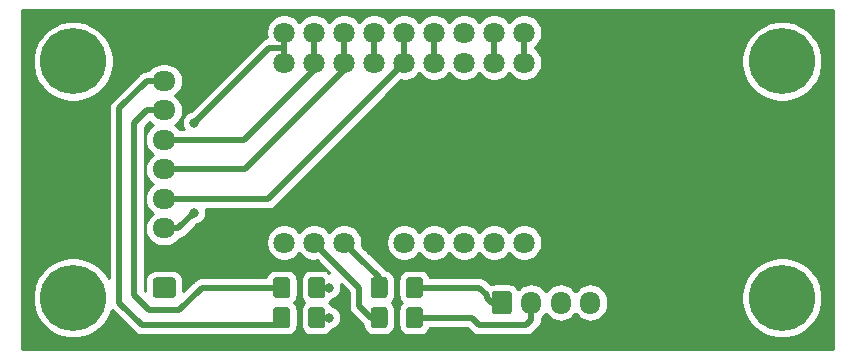
<source format=gbr>
G04 #@! TF.GenerationSoftware,KiCad,Pcbnew,5.1.5-52549c5~84~ubuntu18.04.1*
G04 #@! TF.CreationDate,2020-03-18T13:49:36+01:00*
G04 #@! TF.ProjectId,programmer,70726f67-7261-46d6-9d65-722e6b696361,rev?*
G04 #@! TF.SameCoordinates,Original*
G04 #@! TF.FileFunction,Copper,L1,Top*
G04 #@! TF.FilePolarity,Positive*
%FSLAX46Y46*%
G04 Gerber Fmt 4.6, Leading zero omitted, Abs format (unit mm)*
G04 Created by KiCad (PCBNEW 5.1.5-52549c5~84~ubuntu18.04.1) date 2020-03-18 13:49:36*
%MOMM*%
%LPD*%
G04 APERTURE LIST*
%ADD10C,1.800000*%
%ADD11C,5.600000*%
%ADD12O,1.700000X1.950000*%
%ADD13C,0.100000*%
%ADD14O,1.950000X1.700000*%
%ADD15C,0.800000*%
%ADD16C,0.500000*%
%ADD17C,0.254000*%
G04 APERTURE END LIST*
D10*
X123190000Y-85090000D03*
X120650000Y-85090000D03*
X118110000Y-85090000D03*
X115570000Y-85090000D03*
X113030000Y-85090000D03*
X110490000Y-85090000D03*
X107950000Y-85090000D03*
X105410000Y-85090000D03*
X102870000Y-85090000D03*
X102870000Y-100330000D03*
X105410000Y-100330000D03*
X107950000Y-100330000D03*
X110490000Y-100330000D03*
X113030000Y-100330000D03*
X115570000Y-100330000D03*
X118110000Y-100330000D03*
X120650000Y-100330000D03*
X123190000Y-100330000D03*
X102870000Y-82550000D03*
X105410000Y-82550000D03*
X107950000Y-82550000D03*
X110490000Y-82550000D03*
X113030000Y-82550000D03*
X115570000Y-82550000D03*
X118110000Y-82550000D03*
X120650000Y-82550000D03*
X123190000Y-82550000D03*
D11*
X145000000Y-105000000D03*
X85000000Y-85000000D03*
X145000000Y-85000000D03*
X85000000Y-105000000D03*
D12*
X131285000Y-105410000D03*
X128785000Y-105410000D03*
X126285000Y-105410000D03*
X123785000Y-105410000D03*
G04 #@! TA.AperFunction,ComponentPad*
D13*
G36*
X121909504Y-104436204D02*
G01*
X121933773Y-104439804D01*
X121957571Y-104445765D01*
X121980671Y-104454030D01*
X122002849Y-104464520D01*
X122023893Y-104477133D01*
X122043598Y-104491747D01*
X122061777Y-104508223D01*
X122078253Y-104526402D01*
X122092867Y-104546107D01*
X122105480Y-104567151D01*
X122115970Y-104589329D01*
X122124235Y-104612429D01*
X122130196Y-104636227D01*
X122133796Y-104660496D01*
X122135000Y-104685000D01*
X122135000Y-106135000D01*
X122133796Y-106159504D01*
X122130196Y-106183773D01*
X122124235Y-106207571D01*
X122115970Y-106230671D01*
X122105480Y-106252849D01*
X122092867Y-106273893D01*
X122078253Y-106293598D01*
X122061777Y-106311777D01*
X122043598Y-106328253D01*
X122023893Y-106342867D01*
X122002849Y-106355480D01*
X121980671Y-106365970D01*
X121957571Y-106374235D01*
X121933773Y-106380196D01*
X121909504Y-106383796D01*
X121885000Y-106385000D01*
X120685000Y-106385000D01*
X120660496Y-106383796D01*
X120636227Y-106380196D01*
X120612429Y-106374235D01*
X120589329Y-106365970D01*
X120567151Y-106355480D01*
X120546107Y-106342867D01*
X120526402Y-106328253D01*
X120508223Y-106311777D01*
X120491747Y-106293598D01*
X120477133Y-106273893D01*
X120464520Y-106252849D01*
X120454030Y-106230671D01*
X120445765Y-106207571D01*
X120439804Y-106183773D01*
X120436204Y-106159504D01*
X120435000Y-106135000D01*
X120435000Y-104685000D01*
X120436204Y-104660496D01*
X120439804Y-104636227D01*
X120445765Y-104612429D01*
X120454030Y-104589329D01*
X120464520Y-104567151D01*
X120477133Y-104546107D01*
X120491747Y-104526402D01*
X120508223Y-104508223D01*
X120526402Y-104491747D01*
X120546107Y-104477133D01*
X120567151Y-104464520D01*
X120589329Y-104454030D01*
X120612429Y-104445765D01*
X120636227Y-104439804D01*
X120660496Y-104436204D01*
X120685000Y-104435000D01*
X121885000Y-104435000D01*
X121909504Y-104436204D01*
G37*
G04 #@! TD.AperFunction*
G04 #@! TA.AperFunction,ComponentPad*
G36*
X93459504Y-103291204D02*
G01*
X93483773Y-103294804D01*
X93507571Y-103300765D01*
X93530671Y-103309030D01*
X93552849Y-103319520D01*
X93573893Y-103332133D01*
X93593598Y-103346747D01*
X93611777Y-103363223D01*
X93628253Y-103381402D01*
X93642867Y-103401107D01*
X93655480Y-103422151D01*
X93665970Y-103444329D01*
X93674235Y-103467429D01*
X93680196Y-103491227D01*
X93683796Y-103515496D01*
X93685000Y-103540000D01*
X93685000Y-104740000D01*
X93683796Y-104764504D01*
X93680196Y-104788773D01*
X93674235Y-104812571D01*
X93665970Y-104835671D01*
X93655480Y-104857849D01*
X93642867Y-104878893D01*
X93628253Y-104898598D01*
X93611777Y-104916777D01*
X93593598Y-104933253D01*
X93573893Y-104947867D01*
X93552849Y-104960480D01*
X93530671Y-104970970D01*
X93507571Y-104979235D01*
X93483773Y-104985196D01*
X93459504Y-104988796D01*
X93435000Y-104990000D01*
X91985000Y-104990000D01*
X91960496Y-104988796D01*
X91936227Y-104985196D01*
X91912429Y-104979235D01*
X91889329Y-104970970D01*
X91867151Y-104960480D01*
X91846107Y-104947867D01*
X91826402Y-104933253D01*
X91808223Y-104916777D01*
X91791747Y-104898598D01*
X91777133Y-104878893D01*
X91764520Y-104857849D01*
X91754030Y-104835671D01*
X91745765Y-104812571D01*
X91739804Y-104788773D01*
X91736204Y-104764504D01*
X91735000Y-104740000D01*
X91735000Y-103540000D01*
X91736204Y-103515496D01*
X91739804Y-103491227D01*
X91745765Y-103467429D01*
X91754030Y-103444329D01*
X91764520Y-103422151D01*
X91777133Y-103401107D01*
X91791747Y-103381402D01*
X91808223Y-103363223D01*
X91826402Y-103346747D01*
X91846107Y-103332133D01*
X91867151Y-103319520D01*
X91889329Y-103309030D01*
X91912429Y-103300765D01*
X91936227Y-103294804D01*
X91960496Y-103291204D01*
X91985000Y-103290000D01*
X93435000Y-103290000D01*
X93459504Y-103291204D01*
G37*
G04 #@! TD.AperFunction*
D14*
X92710000Y-101640000D03*
X92710000Y-99140000D03*
X92710000Y-96640000D03*
X92710000Y-94140000D03*
X92710000Y-91640000D03*
X92710000Y-89140000D03*
X92710000Y-86640000D03*
G04 #@! TA.AperFunction,SMDPad,CuDef*
D13*
G36*
X106114504Y-103266204D02*
G01*
X106138773Y-103269804D01*
X106162571Y-103275765D01*
X106185671Y-103284030D01*
X106207849Y-103294520D01*
X106228893Y-103307133D01*
X106248598Y-103321747D01*
X106266777Y-103338223D01*
X106283253Y-103356402D01*
X106297867Y-103376107D01*
X106310480Y-103397151D01*
X106320970Y-103419329D01*
X106329235Y-103442429D01*
X106335196Y-103466227D01*
X106338796Y-103490496D01*
X106340000Y-103515000D01*
X106340000Y-104765000D01*
X106338796Y-104789504D01*
X106335196Y-104813773D01*
X106329235Y-104837571D01*
X106320970Y-104860671D01*
X106310480Y-104882849D01*
X106297867Y-104903893D01*
X106283253Y-104923598D01*
X106266777Y-104941777D01*
X106248598Y-104958253D01*
X106228893Y-104972867D01*
X106207849Y-104985480D01*
X106185671Y-104995970D01*
X106162571Y-105004235D01*
X106138773Y-105010196D01*
X106114504Y-105013796D01*
X106090000Y-105015000D01*
X105165000Y-105015000D01*
X105140496Y-105013796D01*
X105116227Y-105010196D01*
X105092429Y-105004235D01*
X105069329Y-104995970D01*
X105047151Y-104985480D01*
X105026107Y-104972867D01*
X105006402Y-104958253D01*
X104988223Y-104941777D01*
X104971747Y-104923598D01*
X104957133Y-104903893D01*
X104944520Y-104882849D01*
X104934030Y-104860671D01*
X104925765Y-104837571D01*
X104919804Y-104813773D01*
X104916204Y-104789504D01*
X104915000Y-104765000D01*
X104915000Y-103515000D01*
X104916204Y-103490496D01*
X104919804Y-103466227D01*
X104925765Y-103442429D01*
X104934030Y-103419329D01*
X104944520Y-103397151D01*
X104957133Y-103376107D01*
X104971747Y-103356402D01*
X104988223Y-103338223D01*
X105006402Y-103321747D01*
X105026107Y-103307133D01*
X105047151Y-103294520D01*
X105069329Y-103284030D01*
X105092429Y-103275765D01*
X105116227Y-103269804D01*
X105140496Y-103266204D01*
X105165000Y-103265000D01*
X106090000Y-103265000D01*
X106114504Y-103266204D01*
G37*
G04 #@! TD.AperFunction*
G04 #@! TA.AperFunction,SMDPad,CuDef*
G36*
X103139504Y-103266204D02*
G01*
X103163773Y-103269804D01*
X103187571Y-103275765D01*
X103210671Y-103284030D01*
X103232849Y-103294520D01*
X103253893Y-103307133D01*
X103273598Y-103321747D01*
X103291777Y-103338223D01*
X103308253Y-103356402D01*
X103322867Y-103376107D01*
X103335480Y-103397151D01*
X103345970Y-103419329D01*
X103354235Y-103442429D01*
X103360196Y-103466227D01*
X103363796Y-103490496D01*
X103365000Y-103515000D01*
X103365000Y-104765000D01*
X103363796Y-104789504D01*
X103360196Y-104813773D01*
X103354235Y-104837571D01*
X103345970Y-104860671D01*
X103335480Y-104882849D01*
X103322867Y-104903893D01*
X103308253Y-104923598D01*
X103291777Y-104941777D01*
X103273598Y-104958253D01*
X103253893Y-104972867D01*
X103232849Y-104985480D01*
X103210671Y-104995970D01*
X103187571Y-105004235D01*
X103163773Y-105010196D01*
X103139504Y-105013796D01*
X103115000Y-105015000D01*
X102190000Y-105015000D01*
X102165496Y-105013796D01*
X102141227Y-105010196D01*
X102117429Y-105004235D01*
X102094329Y-104995970D01*
X102072151Y-104985480D01*
X102051107Y-104972867D01*
X102031402Y-104958253D01*
X102013223Y-104941777D01*
X101996747Y-104923598D01*
X101982133Y-104903893D01*
X101969520Y-104882849D01*
X101959030Y-104860671D01*
X101950765Y-104837571D01*
X101944804Y-104813773D01*
X101941204Y-104789504D01*
X101940000Y-104765000D01*
X101940000Y-103515000D01*
X101941204Y-103490496D01*
X101944804Y-103466227D01*
X101950765Y-103442429D01*
X101959030Y-103419329D01*
X101969520Y-103397151D01*
X101982133Y-103376107D01*
X101996747Y-103356402D01*
X102013223Y-103338223D01*
X102031402Y-103321747D01*
X102051107Y-103307133D01*
X102072151Y-103294520D01*
X102094329Y-103284030D01*
X102117429Y-103275765D01*
X102141227Y-103269804D01*
X102165496Y-103266204D01*
X102190000Y-103265000D01*
X103115000Y-103265000D01*
X103139504Y-103266204D01*
G37*
G04 #@! TD.AperFunction*
G04 #@! TA.AperFunction,SMDPad,CuDef*
G36*
X103139504Y-105806204D02*
G01*
X103163773Y-105809804D01*
X103187571Y-105815765D01*
X103210671Y-105824030D01*
X103232849Y-105834520D01*
X103253893Y-105847133D01*
X103273598Y-105861747D01*
X103291777Y-105878223D01*
X103308253Y-105896402D01*
X103322867Y-105916107D01*
X103335480Y-105937151D01*
X103345970Y-105959329D01*
X103354235Y-105982429D01*
X103360196Y-106006227D01*
X103363796Y-106030496D01*
X103365000Y-106055000D01*
X103365000Y-107305000D01*
X103363796Y-107329504D01*
X103360196Y-107353773D01*
X103354235Y-107377571D01*
X103345970Y-107400671D01*
X103335480Y-107422849D01*
X103322867Y-107443893D01*
X103308253Y-107463598D01*
X103291777Y-107481777D01*
X103273598Y-107498253D01*
X103253893Y-107512867D01*
X103232849Y-107525480D01*
X103210671Y-107535970D01*
X103187571Y-107544235D01*
X103163773Y-107550196D01*
X103139504Y-107553796D01*
X103115000Y-107555000D01*
X102190000Y-107555000D01*
X102165496Y-107553796D01*
X102141227Y-107550196D01*
X102117429Y-107544235D01*
X102094329Y-107535970D01*
X102072151Y-107525480D01*
X102051107Y-107512867D01*
X102031402Y-107498253D01*
X102013223Y-107481777D01*
X101996747Y-107463598D01*
X101982133Y-107443893D01*
X101969520Y-107422849D01*
X101959030Y-107400671D01*
X101950765Y-107377571D01*
X101944804Y-107353773D01*
X101941204Y-107329504D01*
X101940000Y-107305000D01*
X101940000Y-106055000D01*
X101941204Y-106030496D01*
X101944804Y-106006227D01*
X101950765Y-105982429D01*
X101959030Y-105959329D01*
X101969520Y-105937151D01*
X101982133Y-105916107D01*
X101996747Y-105896402D01*
X102013223Y-105878223D01*
X102031402Y-105861747D01*
X102051107Y-105847133D01*
X102072151Y-105834520D01*
X102094329Y-105824030D01*
X102117429Y-105815765D01*
X102141227Y-105809804D01*
X102165496Y-105806204D01*
X102190000Y-105805000D01*
X103115000Y-105805000D01*
X103139504Y-105806204D01*
G37*
G04 #@! TD.AperFunction*
G04 #@! TA.AperFunction,SMDPad,CuDef*
G36*
X106114504Y-105806204D02*
G01*
X106138773Y-105809804D01*
X106162571Y-105815765D01*
X106185671Y-105824030D01*
X106207849Y-105834520D01*
X106228893Y-105847133D01*
X106248598Y-105861747D01*
X106266777Y-105878223D01*
X106283253Y-105896402D01*
X106297867Y-105916107D01*
X106310480Y-105937151D01*
X106320970Y-105959329D01*
X106329235Y-105982429D01*
X106335196Y-106006227D01*
X106338796Y-106030496D01*
X106340000Y-106055000D01*
X106340000Y-107305000D01*
X106338796Y-107329504D01*
X106335196Y-107353773D01*
X106329235Y-107377571D01*
X106320970Y-107400671D01*
X106310480Y-107422849D01*
X106297867Y-107443893D01*
X106283253Y-107463598D01*
X106266777Y-107481777D01*
X106248598Y-107498253D01*
X106228893Y-107512867D01*
X106207849Y-107525480D01*
X106185671Y-107535970D01*
X106162571Y-107544235D01*
X106138773Y-107550196D01*
X106114504Y-107553796D01*
X106090000Y-107555000D01*
X105165000Y-107555000D01*
X105140496Y-107553796D01*
X105116227Y-107550196D01*
X105092429Y-107544235D01*
X105069329Y-107535970D01*
X105047151Y-107525480D01*
X105026107Y-107512867D01*
X105006402Y-107498253D01*
X104988223Y-107481777D01*
X104971747Y-107463598D01*
X104957133Y-107443893D01*
X104944520Y-107422849D01*
X104934030Y-107400671D01*
X104925765Y-107377571D01*
X104919804Y-107353773D01*
X104916204Y-107329504D01*
X104915000Y-107305000D01*
X104915000Y-106055000D01*
X104916204Y-106030496D01*
X104919804Y-106006227D01*
X104925765Y-105982429D01*
X104934030Y-105959329D01*
X104944520Y-105937151D01*
X104957133Y-105916107D01*
X104971747Y-105896402D01*
X104988223Y-105878223D01*
X105006402Y-105861747D01*
X105026107Y-105847133D01*
X105047151Y-105834520D01*
X105069329Y-105824030D01*
X105092429Y-105815765D01*
X105116227Y-105809804D01*
X105140496Y-105806204D01*
X105165000Y-105805000D01*
X106090000Y-105805000D01*
X106114504Y-105806204D01*
G37*
G04 #@! TD.AperFunction*
G04 #@! TA.AperFunction,SMDPad,CuDef*
G36*
X114369504Y-105806204D02*
G01*
X114393773Y-105809804D01*
X114417571Y-105815765D01*
X114440671Y-105824030D01*
X114462849Y-105834520D01*
X114483893Y-105847133D01*
X114503598Y-105861747D01*
X114521777Y-105878223D01*
X114538253Y-105896402D01*
X114552867Y-105916107D01*
X114565480Y-105937151D01*
X114575970Y-105959329D01*
X114584235Y-105982429D01*
X114590196Y-106006227D01*
X114593796Y-106030496D01*
X114595000Y-106055000D01*
X114595000Y-107305000D01*
X114593796Y-107329504D01*
X114590196Y-107353773D01*
X114584235Y-107377571D01*
X114575970Y-107400671D01*
X114565480Y-107422849D01*
X114552867Y-107443893D01*
X114538253Y-107463598D01*
X114521777Y-107481777D01*
X114503598Y-107498253D01*
X114483893Y-107512867D01*
X114462849Y-107525480D01*
X114440671Y-107535970D01*
X114417571Y-107544235D01*
X114393773Y-107550196D01*
X114369504Y-107553796D01*
X114345000Y-107555000D01*
X113420000Y-107555000D01*
X113395496Y-107553796D01*
X113371227Y-107550196D01*
X113347429Y-107544235D01*
X113324329Y-107535970D01*
X113302151Y-107525480D01*
X113281107Y-107512867D01*
X113261402Y-107498253D01*
X113243223Y-107481777D01*
X113226747Y-107463598D01*
X113212133Y-107443893D01*
X113199520Y-107422849D01*
X113189030Y-107400671D01*
X113180765Y-107377571D01*
X113174804Y-107353773D01*
X113171204Y-107329504D01*
X113170000Y-107305000D01*
X113170000Y-106055000D01*
X113171204Y-106030496D01*
X113174804Y-106006227D01*
X113180765Y-105982429D01*
X113189030Y-105959329D01*
X113199520Y-105937151D01*
X113212133Y-105916107D01*
X113226747Y-105896402D01*
X113243223Y-105878223D01*
X113261402Y-105861747D01*
X113281107Y-105847133D01*
X113302151Y-105834520D01*
X113324329Y-105824030D01*
X113347429Y-105815765D01*
X113371227Y-105809804D01*
X113395496Y-105806204D01*
X113420000Y-105805000D01*
X114345000Y-105805000D01*
X114369504Y-105806204D01*
G37*
G04 #@! TD.AperFunction*
G04 #@! TA.AperFunction,SMDPad,CuDef*
G36*
X111394504Y-105806204D02*
G01*
X111418773Y-105809804D01*
X111442571Y-105815765D01*
X111465671Y-105824030D01*
X111487849Y-105834520D01*
X111508893Y-105847133D01*
X111528598Y-105861747D01*
X111546777Y-105878223D01*
X111563253Y-105896402D01*
X111577867Y-105916107D01*
X111590480Y-105937151D01*
X111600970Y-105959329D01*
X111609235Y-105982429D01*
X111615196Y-106006227D01*
X111618796Y-106030496D01*
X111620000Y-106055000D01*
X111620000Y-107305000D01*
X111618796Y-107329504D01*
X111615196Y-107353773D01*
X111609235Y-107377571D01*
X111600970Y-107400671D01*
X111590480Y-107422849D01*
X111577867Y-107443893D01*
X111563253Y-107463598D01*
X111546777Y-107481777D01*
X111528598Y-107498253D01*
X111508893Y-107512867D01*
X111487849Y-107525480D01*
X111465671Y-107535970D01*
X111442571Y-107544235D01*
X111418773Y-107550196D01*
X111394504Y-107553796D01*
X111370000Y-107555000D01*
X110445000Y-107555000D01*
X110420496Y-107553796D01*
X110396227Y-107550196D01*
X110372429Y-107544235D01*
X110349329Y-107535970D01*
X110327151Y-107525480D01*
X110306107Y-107512867D01*
X110286402Y-107498253D01*
X110268223Y-107481777D01*
X110251747Y-107463598D01*
X110237133Y-107443893D01*
X110224520Y-107422849D01*
X110214030Y-107400671D01*
X110205765Y-107377571D01*
X110199804Y-107353773D01*
X110196204Y-107329504D01*
X110195000Y-107305000D01*
X110195000Y-106055000D01*
X110196204Y-106030496D01*
X110199804Y-106006227D01*
X110205765Y-105982429D01*
X110214030Y-105959329D01*
X110224520Y-105937151D01*
X110237133Y-105916107D01*
X110251747Y-105896402D01*
X110268223Y-105878223D01*
X110286402Y-105861747D01*
X110306107Y-105847133D01*
X110327151Y-105834520D01*
X110349329Y-105824030D01*
X110372429Y-105815765D01*
X110396227Y-105809804D01*
X110420496Y-105806204D01*
X110445000Y-105805000D01*
X111370000Y-105805000D01*
X111394504Y-105806204D01*
G37*
G04 #@! TD.AperFunction*
G04 #@! TA.AperFunction,SMDPad,CuDef*
G36*
X111394504Y-103266204D02*
G01*
X111418773Y-103269804D01*
X111442571Y-103275765D01*
X111465671Y-103284030D01*
X111487849Y-103294520D01*
X111508893Y-103307133D01*
X111528598Y-103321747D01*
X111546777Y-103338223D01*
X111563253Y-103356402D01*
X111577867Y-103376107D01*
X111590480Y-103397151D01*
X111600970Y-103419329D01*
X111609235Y-103442429D01*
X111615196Y-103466227D01*
X111618796Y-103490496D01*
X111620000Y-103515000D01*
X111620000Y-104765000D01*
X111618796Y-104789504D01*
X111615196Y-104813773D01*
X111609235Y-104837571D01*
X111600970Y-104860671D01*
X111590480Y-104882849D01*
X111577867Y-104903893D01*
X111563253Y-104923598D01*
X111546777Y-104941777D01*
X111528598Y-104958253D01*
X111508893Y-104972867D01*
X111487849Y-104985480D01*
X111465671Y-104995970D01*
X111442571Y-105004235D01*
X111418773Y-105010196D01*
X111394504Y-105013796D01*
X111370000Y-105015000D01*
X110445000Y-105015000D01*
X110420496Y-105013796D01*
X110396227Y-105010196D01*
X110372429Y-105004235D01*
X110349329Y-104995970D01*
X110327151Y-104985480D01*
X110306107Y-104972867D01*
X110286402Y-104958253D01*
X110268223Y-104941777D01*
X110251747Y-104923598D01*
X110237133Y-104903893D01*
X110224520Y-104882849D01*
X110214030Y-104860671D01*
X110205765Y-104837571D01*
X110199804Y-104813773D01*
X110196204Y-104789504D01*
X110195000Y-104765000D01*
X110195000Y-103515000D01*
X110196204Y-103490496D01*
X110199804Y-103466227D01*
X110205765Y-103442429D01*
X110214030Y-103419329D01*
X110224520Y-103397151D01*
X110237133Y-103376107D01*
X110251747Y-103356402D01*
X110268223Y-103338223D01*
X110286402Y-103321747D01*
X110306107Y-103307133D01*
X110327151Y-103294520D01*
X110349329Y-103284030D01*
X110372429Y-103275765D01*
X110396227Y-103269804D01*
X110420496Y-103266204D01*
X110445000Y-103265000D01*
X111370000Y-103265000D01*
X111394504Y-103266204D01*
G37*
G04 #@! TD.AperFunction*
G04 #@! TA.AperFunction,SMDPad,CuDef*
G36*
X114369504Y-103266204D02*
G01*
X114393773Y-103269804D01*
X114417571Y-103275765D01*
X114440671Y-103284030D01*
X114462849Y-103294520D01*
X114483893Y-103307133D01*
X114503598Y-103321747D01*
X114521777Y-103338223D01*
X114538253Y-103356402D01*
X114552867Y-103376107D01*
X114565480Y-103397151D01*
X114575970Y-103419329D01*
X114584235Y-103442429D01*
X114590196Y-103466227D01*
X114593796Y-103490496D01*
X114595000Y-103515000D01*
X114595000Y-104765000D01*
X114593796Y-104789504D01*
X114590196Y-104813773D01*
X114584235Y-104837571D01*
X114575970Y-104860671D01*
X114565480Y-104882849D01*
X114552867Y-104903893D01*
X114538253Y-104923598D01*
X114521777Y-104941777D01*
X114503598Y-104958253D01*
X114483893Y-104972867D01*
X114462849Y-104985480D01*
X114440671Y-104995970D01*
X114417571Y-105004235D01*
X114393773Y-105010196D01*
X114369504Y-105013796D01*
X114345000Y-105015000D01*
X113420000Y-105015000D01*
X113395496Y-105013796D01*
X113371227Y-105010196D01*
X113347429Y-105004235D01*
X113324329Y-104995970D01*
X113302151Y-104985480D01*
X113281107Y-104972867D01*
X113261402Y-104958253D01*
X113243223Y-104941777D01*
X113226747Y-104923598D01*
X113212133Y-104903893D01*
X113199520Y-104882849D01*
X113189030Y-104860671D01*
X113180765Y-104837571D01*
X113174804Y-104813773D01*
X113171204Y-104789504D01*
X113170000Y-104765000D01*
X113170000Y-103515000D01*
X113171204Y-103490496D01*
X113174804Y-103466227D01*
X113180765Y-103442429D01*
X113189030Y-103419329D01*
X113199520Y-103397151D01*
X113212133Y-103376107D01*
X113226747Y-103356402D01*
X113243223Y-103338223D01*
X113261402Y-103321747D01*
X113281107Y-103307133D01*
X113302151Y-103294520D01*
X113324329Y-103284030D01*
X113347429Y-103275765D01*
X113371227Y-103269804D01*
X113395496Y-103266204D01*
X113420000Y-103265000D01*
X114345000Y-103265000D01*
X114369504Y-103266204D01*
G37*
G04 #@! TD.AperFunction*
D15*
X95250000Y-97790000D03*
X95250000Y-90170000D03*
X106680000Y-104140000D03*
X106680000Y-106680000D03*
D16*
X92710000Y-99140000D02*
X93900000Y-99140000D01*
X93900000Y-99140000D02*
X95250000Y-97790000D01*
X101600000Y-83820000D02*
X102870000Y-83820000D01*
X95250000Y-90170000D02*
X101600000Y-83820000D01*
X102870000Y-82550000D02*
X102870000Y-83820000D01*
X102870000Y-85090000D02*
X102870000Y-83820000D01*
X92710000Y-96640000D02*
X101480000Y-96640000D01*
X113030000Y-85090000D02*
X113030000Y-83820000D01*
X101480000Y-96640000D02*
X113030000Y-85090000D01*
X113030000Y-83820000D02*
X113030000Y-82550000D01*
X92710000Y-94140000D02*
X99535000Y-94140000D01*
X107950000Y-85725000D02*
X107950000Y-83820000D01*
X99535000Y-94140000D02*
X107950000Y-85725000D01*
X107950000Y-83820000D02*
X107950000Y-82550000D01*
X92710000Y-91640000D02*
X99495000Y-91640000D01*
X105410000Y-85725000D02*
X105410000Y-83820000D01*
X99495000Y-91640000D02*
X105410000Y-85725000D01*
X105410000Y-83820000D02*
X105410000Y-82550000D01*
X91235000Y-89140000D02*
X90170000Y-90205000D01*
X92710000Y-89140000D02*
X91235000Y-89140000D01*
X90170000Y-90205000D02*
X90170000Y-104775000D01*
X90170000Y-104775000D02*
X91440000Y-106045000D01*
X91440000Y-106045000D02*
X93980000Y-106045000D01*
X95885000Y-104140000D02*
X102652500Y-104140000D01*
X93980000Y-106045000D02*
X95885000Y-104140000D01*
X102235000Y-107097500D02*
X102652500Y-106680000D01*
X91235000Y-86640000D02*
X88900000Y-88975000D01*
X90805000Y-107315000D02*
X102235000Y-107315000D01*
X92710000Y-86640000D02*
X91235000Y-86640000D01*
X88900000Y-88975000D02*
X88900000Y-105410000D01*
X88900000Y-105410000D02*
X90805000Y-107315000D01*
X102235000Y-107315000D02*
X102235000Y-107097500D01*
X110195000Y-106680000D02*
X109220000Y-105705000D01*
X110907500Y-106680000D02*
X110195000Y-106680000D01*
X109220000Y-105705000D02*
X109220000Y-104140000D01*
X109220000Y-104140000D02*
X105410000Y-100330000D01*
X110907500Y-103265000D02*
X109242500Y-101600000D01*
X110907500Y-104140000D02*
X110907500Y-103265000D01*
X109220000Y-101600000D02*
X107950000Y-100330000D01*
X109242500Y-101600000D02*
X109220000Y-101600000D01*
X123190000Y-82550000D02*
X123190000Y-83820000D01*
X123190000Y-83820000D02*
X123190000Y-85090000D01*
X120650000Y-83820000D02*
X120650000Y-82550000D01*
X120650000Y-83820000D02*
X120650000Y-85090000D01*
X115570000Y-83820000D02*
X115570000Y-82550000D01*
X115570000Y-83820000D02*
X115570000Y-85090000D01*
X110490000Y-83820000D02*
X110490000Y-82550000D01*
X110490000Y-83820000D02*
X110490000Y-85090000D01*
X105627500Y-104140000D02*
X106680000Y-104140000D01*
X105627500Y-106680000D02*
X106680000Y-106680000D01*
X123355000Y-107315000D02*
X123785000Y-106885000D01*
X118745000Y-106680000D02*
X119380000Y-107315000D01*
X123785000Y-106885000D02*
X123785000Y-105410000D01*
X119380000Y-107315000D02*
X123355000Y-107315000D01*
X113882500Y-106680000D02*
X118745000Y-106680000D01*
X113882500Y-104140000D02*
X119380000Y-104140000D01*
X119380000Y-104140000D02*
X120015000Y-104775000D01*
X120015000Y-104990000D02*
X120015000Y-104775000D01*
X120435000Y-105410000D02*
X120015000Y-104990000D01*
X121285000Y-105410000D02*
X120435000Y-105410000D01*
D17*
G36*
X149340001Y-109340000D02*
G01*
X80660000Y-109340000D01*
X80660000Y-104661682D01*
X81565000Y-104661682D01*
X81565000Y-105338318D01*
X81697006Y-106001952D01*
X81955943Y-106627082D01*
X82331862Y-107189685D01*
X82810315Y-107668138D01*
X83372918Y-108044057D01*
X83998048Y-108302994D01*
X84661682Y-108435000D01*
X85338318Y-108435000D01*
X86001952Y-108302994D01*
X86627082Y-108044057D01*
X87189685Y-107668138D01*
X87668138Y-107189685D01*
X88044057Y-106627082D01*
X88283528Y-106048947D01*
X88304951Y-106066529D01*
X90148470Y-107910049D01*
X90176183Y-107943817D01*
X90209951Y-107971530D01*
X90209953Y-107971532D01*
X90228534Y-107986781D01*
X90310941Y-108054411D01*
X90464687Y-108136589D01*
X90631510Y-108187195D01*
X90761523Y-108200000D01*
X90761531Y-108200000D01*
X90805000Y-108204281D01*
X90848469Y-108200000D01*
X102191523Y-108200000D01*
X102235000Y-108204282D01*
X102278476Y-108200000D01*
X102278477Y-108200000D01*
X102348819Y-108193072D01*
X103115000Y-108193072D01*
X103288254Y-108176008D01*
X103454850Y-108125472D01*
X103608386Y-108043405D01*
X103742962Y-107932962D01*
X103853405Y-107798386D01*
X103935472Y-107644850D01*
X103986008Y-107478254D01*
X104003072Y-107305000D01*
X104003072Y-106055000D01*
X103986008Y-105881746D01*
X103935472Y-105715150D01*
X103853405Y-105561614D01*
X103742962Y-105427038D01*
X103722201Y-105410000D01*
X103742962Y-105392962D01*
X103853405Y-105258386D01*
X103935472Y-105104850D01*
X103986008Y-104938254D01*
X104003072Y-104765000D01*
X104003072Y-103515000D01*
X103986008Y-103341746D01*
X103935472Y-103175150D01*
X103853405Y-103021614D01*
X103742962Y-102887038D01*
X103608386Y-102776595D01*
X103454850Y-102694528D01*
X103288254Y-102643992D01*
X103115000Y-102626928D01*
X102190000Y-102626928D01*
X102016746Y-102643992D01*
X101850150Y-102694528D01*
X101696614Y-102776595D01*
X101562038Y-102887038D01*
X101451595Y-103021614D01*
X101369528Y-103175150D01*
X101345306Y-103255000D01*
X95928469Y-103255000D01*
X95885000Y-103250719D01*
X95841531Y-103255000D01*
X95841523Y-103255000D01*
X95711510Y-103267805D01*
X95544687Y-103318411D01*
X95390941Y-103400589D01*
X95289953Y-103483468D01*
X95289951Y-103483470D01*
X95256183Y-103511183D01*
X95228470Y-103544951D01*
X94323072Y-104450349D01*
X94323072Y-103540000D01*
X94306008Y-103366746D01*
X94255472Y-103200150D01*
X94173405Y-103046614D01*
X94062962Y-102912038D01*
X93928386Y-102801595D01*
X93774850Y-102719528D01*
X93608254Y-102668992D01*
X93435000Y-102651928D01*
X91985000Y-102651928D01*
X91811746Y-102668992D01*
X91645150Y-102719528D01*
X91491614Y-102801595D01*
X91357038Y-102912038D01*
X91246595Y-103046614D01*
X91164528Y-103200150D01*
X91113992Y-103366746D01*
X91096928Y-103540000D01*
X91096928Y-104450350D01*
X91055000Y-104408422D01*
X91055000Y-90571578D01*
X91485502Y-90141077D01*
X91529866Y-90195134D01*
X91755986Y-90380706D01*
X91773374Y-90390000D01*
X91755986Y-90399294D01*
X91529866Y-90584866D01*
X91344294Y-90810986D01*
X91206401Y-91068966D01*
X91121487Y-91348889D01*
X91092815Y-91640000D01*
X91121487Y-91931111D01*
X91206401Y-92211034D01*
X91344294Y-92469014D01*
X91529866Y-92695134D01*
X91755986Y-92880706D01*
X91773374Y-92890000D01*
X91755986Y-92899294D01*
X91529866Y-93084866D01*
X91344294Y-93310986D01*
X91206401Y-93568966D01*
X91121487Y-93848889D01*
X91092815Y-94140000D01*
X91121487Y-94431111D01*
X91206401Y-94711034D01*
X91344294Y-94969014D01*
X91529866Y-95195134D01*
X91755986Y-95380706D01*
X91773374Y-95390000D01*
X91755986Y-95399294D01*
X91529866Y-95584866D01*
X91344294Y-95810986D01*
X91206401Y-96068966D01*
X91121487Y-96348889D01*
X91092815Y-96640000D01*
X91121487Y-96931111D01*
X91206401Y-97211034D01*
X91344294Y-97469014D01*
X91529866Y-97695134D01*
X91755986Y-97880706D01*
X91773374Y-97890000D01*
X91755986Y-97899294D01*
X91529866Y-98084866D01*
X91344294Y-98310986D01*
X91206401Y-98568966D01*
X91121487Y-98848889D01*
X91092815Y-99140000D01*
X91121487Y-99431111D01*
X91206401Y-99711034D01*
X91344294Y-99969014D01*
X91529866Y-100195134D01*
X91755986Y-100380706D01*
X92013966Y-100518599D01*
X92293889Y-100603513D01*
X92512050Y-100625000D01*
X92907950Y-100625000D01*
X93126111Y-100603513D01*
X93406034Y-100518599D01*
X93664014Y-100380706D01*
X93890134Y-100195134D01*
X93903525Y-100178816D01*
X101335000Y-100178816D01*
X101335000Y-100481184D01*
X101393989Y-100777743D01*
X101509701Y-101057095D01*
X101677688Y-101308505D01*
X101891495Y-101522312D01*
X102142905Y-101690299D01*
X102422257Y-101806011D01*
X102718816Y-101865000D01*
X103021184Y-101865000D01*
X103317743Y-101806011D01*
X103597095Y-101690299D01*
X103848505Y-101522312D01*
X104062312Y-101308505D01*
X104140000Y-101192237D01*
X104217688Y-101308505D01*
X104431495Y-101522312D01*
X104682905Y-101690299D01*
X104962257Y-101806011D01*
X105258816Y-101865000D01*
X105561184Y-101865000D01*
X105671482Y-101843060D01*
X106704007Y-102875585D01*
X106583386Y-102776595D01*
X106429850Y-102694528D01*
X106263254Y-102643992D01*
X106090000Y-102626928D01*
X105165000Y-102626928D01*
X104991746Y-102643992D01*
X104825150Y-102694528D01*
X104671614Y-102776595D01*
X104537038Y-102887038D01*
X104426595Y-103021614D01*
X104344528Y-103175150D01*
X104293992Y-103341746D01*
X104276928Y-103515000D01*
X104276928Y-104765000D01*
X104293992Y-104938254D01*
X104344528Y-105104850D01*
X104426595Y-105258386D01*
X104537038Y-105392962D01*
X104557799Y-105410000D01*
X104537038Y-105427038D01*
X104426595Y-105561614D01*
X104344528Y-105715150D01*
X104293992Y-105881746D01*
X104276928Y-106055000D01*
X104276928Y-107305000D01*
X104293992Y-107478254D01*
X104344528Y-107644850D01*
X104426595Y-107798386D01*
X104537038Y-107932962D01*
X104671614Y-108043405D01*
X104825150Y-108125472D01*
X104991746Y-108176008D01*
X105165000Y-108193072D01*
X106090000Y-108193072D01*
X106263254Y-108176008D01*
X106429850Y-108125472D01*
X106583386Y-108043405D01*
X106717962Y-107932962D01*
X106828405Y-107798386D01*
X106883807Y-107694737D01*
X106981898Y-107675226D01*
X107170256Y-107597205D01*
X107339774Y-107483937D01*
X107483937Y-107339774D01*
X107597205Y-107170256D01*
X107675226Y-106981898D01*
X107715000Y-106781939D01*
X107715000Y-106578061D01*
X107675226Y-106378102D01*
X107597205Y-106189744D01*
X107483937Y-106020226D01*
X107339774Y-105876063D01*
X107170256Y-105762795D01*
X106981898Y-105684774D01*
X106883807Y-105665263D01*
X106828405Y-105561614D01*
X106717962Y-105427038D01*
X106697201Y-105410000D01*
X106717962Y-105392962D01*
X106828405Y-105258386D01*
X106883807Y-105154737D01*
X106981898Y-105135226D01*
X107170256Y-105057205D01*
X107339774Y-104943937D01*
X107483937Y-104799774D01*
X107597205Y-104630256D01*
X107675226Y-104441898D01*
X107715000Y-104241939D01*
X107715000Y-104038061D01*
X107677387Y-103848966D01*
X108335001Y-104506580D01*
X108335000Y-105661531D01*
X108330719Y-105705000D01*
X108335000Y-105748469D01*
X108335000Y-105748476D01*
X108345828Y-105858411D01*
X108347805Y-105878490D01*
X108348793Y-105881746D01*
X108398411Y-106045312D01*
X108480589Y-106199058D01*
X108591183Y-106333817D01*
X108624956Y-106361534D01*
X109538470Y-107275049D01*
X109556928Y-107297540D01*
X109556928Y-107305000D01*
X109573992Y-107478254D01*
X109624528Y-107644850D01*
X109706595Y-107798386D01*
X109817038Y-107932962D01*
X109951614Y-108043405D01*
X110105150Y-108125472D01*
X110271746Y-108176008D01*
X110445000Y-108193072D01*
X111370000Y-108193072D01*
X111543254Y-108176008D01*
X111709850Y-108125472D01*
X111863386Y-108043405D01*
X111997962Y-107932962D01*
X112108405Y-107798386D01*
X112190472Y-107644850D01*
X112241008Y-107478254D01*
X112258072Y-107305000D01*
X112258072Y-106055000D01*
X112241008Y-105881746D01*
X112190472Y-105715150D01*
X112108405Y-105561614D01*
X111997962Y-105427038D01*
X111977201Y-105410000D01*
X111997962Y-105392962D01*
X112108405Y-105258386D01*
X112190472Y-105104850D01*
X112241008Y-104938254D01*
X112258072Y-104765000D01*
X112258072Y-103515000D01*
X112531928Y-103515000D01*
X112531928Y-104765000D01*
X112548992Y-104938254D01*
X112599528Y-105104850D01*
X112681595Y-105258386D01*
X112792038Y-105392962D01*
X112812799Y-105410000D01*
X112792038Y-105427038D01*
X112681595Y-105561614D01*
X112599528Y-105715150D01*
X112548992Y-105881746D01*
X112531928Y-106055000D01*
X112531928Y-107305000D01*
X112548992Y-107478254D01*
X112599528Y-107644850D01*
X112681595Y-107798386D01*
X112792038Y-107932962D01*
X112926614Y-108043405D01*
X113080150Y-108125472D01*
X113246746Y-108176008D01*
X113420000Y-108193072D01*
X114345000Y-108193072D01*
X114518254Y-108176008D01*
X114684850Y-108125472D01*
X114838386Y-108043405D01*
X114972962Y-107932962D01*
X115083405Y-107798386D01*
X115165472Y-107644850D01*
X115189694Y-107565000D01*
X118378422Y-107565000D01*
X118723470Y-107910049D01*
X118751183Y-107943817D01*
X118784951Y-107971530D01*
X118784953Y-107971532D01*
X118885941Y-108054411D01*
X119039686Y-108136589D01*
X119169632Y-108176008D01*
X119206510Y-108187195D01*
X119336523Y-108200000D01*
X119336531Y-108200000D01*
X119380000Y-108204281D01*
X119423469Y-108200000D01*
X123311531Y-108200000D01*
X123355000Y-108204281D01*
X123398469Y-108200000D01*
X123398477Y-108200000D01*
X123528490Y-108187195D01*
X123695313Y-108136589D01*
X123849059Y-108054411D01*
X123983817Y-107943817D01*
X124011534Y-107910044D01*
X124380045Y-107541533D01*
X124413817Y-107513817D01*
X124524411Y-107379059D01*
X124606589Y-107225313D01*
X124657195Y-107058490D01*
X124670000Y-106928477D01*
X124670000Y-106928469D01*
X124674281Y-106885000D01*
X124670000Y-106841531D01*
X124670000Y-106729759D01*
X124840134Y-106590134D01*
X125025706Y-106364014D01*
X125035000Y-106346626D01*
X125044294Y-106364014D01*
X125229866Y-106590134D01*
X125455987Y-106775706D01*
X125713967Y-106913599D01*
X125993890Y-106998513D01*
X126285000Y-107027185D01*
X126576111Y-106998513D01*
X126856034Y-106913599D01*
X127114014Y-106775706D01*
X127340134Y-106590134D01*
X127525706Y-106364014D01*
X127535000Y-106346626D01*
X127544294Y-106364014D01*
X127729866Y-106590134D01*
X127955987Y-106775706D01*
X128213967Y-106913599D01*
X128493890Y-106998513D01*
X128785000Y-107027185D01*
X129076111Y-106998513D01*
X129356034Y-106913599D01*
X129614014Y-106775706D01*
X129840134Y-106590134D01*
X130025706Y-106364014D01*
X130163599Y-106106033D01*
X130248513Y-105826110D01*
X130270000Y-105607949D01*
X130270000Y-105212050D01*
X130248513Y-104993889D01*
X130163599Y-104713966D01*
X130135653Y-104661682D01*
X141565000Y-104661682D01*
X141565000Y-105338318D01*
X141697006Y-106001952D01*
X141955943Y-106627082D01*
X142331862Y-107189685D01*
X142810315Y-107668138D01*
X143372918Y-108044057D01*
X143998048Y-108302994D01*
X144661682Y-108435000D01*
X145338318Y-108435000D01*
X146001952Y-108302994D01*
X146627082Y-108044057D01*
X147189685Y-107668138D01*
X147668138Y-107189685D01*
X148044057Y-106627082D01*
X148302994Y-106001952D01*
X148435000Y-105338318D01*
X148435000Y-104661682D01*
X148302994Y-103998048D01*
X148044057Y-103372918D01*
X147668138Y-102810315D01*
X147189685Y-102331862D01*
X146627082Y-101955943D01*
X146001952Y-101697006D01*
X145338318Y-101565000D01*
X144661682Y-101565000D01*
X143998048Y-101697006D01*
X143372918Y-101955943D01*
X142810315Y-102331862D01*
X142331862Y-102810315D01*
X141955943Y-103372918D01*
X141697006Y-103998048D01*
X141565000Y-104661682D01*
X130135653Y-104661682D01*
X130025706Y-104455986D01*
X129840134Y-104229866D01*
X129614013Y-104044294D01*
X129356033Y-103906401D01*
X129076110Y-103821487D01*
X128785000Y-103792815D01*
X128493889Y-103821487D01*
X128213966Y-103906401D01*
X127955986Y-104044294D01*
X127729866Y-104229866D01*
X127544294Y-104455987D01*
X127535000Y-104473374D01*
X127525706Y-104455986D01*
X127340134Y-104229866D01*
X127114013Y-104044294D01*
X126856033Y-103906401D01*
X126576110Y-103821487D01*
X126285000Y-103792815D01*
X125993889Y-103821487D01*
X125713966Y-103906401D01*
X125455986Y-104044294D01*
X125229866Y-104229866D01*
X125044294Y-104455987D01*
X125035000Y-104473374D01*
X125025706Y-104455986D01*
X124840134Y-104229866D01*
X124614013Y-104044294D01*
X124356033Y-103906401D01*
X124076110Y-103821487D01*
X123785000Y-103792815D01*
X123493889Y-103821487D01*
X123213966Y-103906401D01*
X122955986Y-104044294D01*
X122729866Y-104229866D01*
X122677777Y-104293337D01*
X122623405Y-104191614D01*
X122512962Y-104057038D01*
X122378386Y-103946595D01*
X122224850Y-103864528D01*
X122058254Y-103813992D01*
X121885000Y-103796928D01*
X120685000Y-103796928D01*
X120511746Y-103813992D01*
X120353556Y-103861978D01*
X120036534Y-103544956D01*
X120008817Y-103511183D01*
X119874059Y-103400589D01*
X119720313Y-103318411D01*
X119553490Y-103267805D01*
X119423477Y-103255000D01*
X119423469Y-103255000D01*
X119380000Y-103250719D01*
X119336531Y-103255000D01*
X115189694Y-103255000D01*
X115165472Y-103175150D01*
X115083405Y-103021614D01*
X114972962Y-102887038D01*
X114838386Y-102776595D01*
X114684850Y-102694528D01*
X114518254Y-102643992D01*
X114345000Y-102626928D01*
X113420000Y-102626928D01*
X113246746Y-102643992D01*
X113080150Y-102694528D01*
X112926614Y-102776595D01*
X112792038Y-102887038D01*
X112681595Y-103021614D01*
X112599528Y-103175150D01*
X112548992Y-103341746D01*
X112531928Y-103515000D01*
X112258072Y-103515000D01*
X112241008Y-103341746D01*
X112190472Y-103175150D01*
X112108405Y-103021614D01*
X111997962Y-102887038D01*
X111863386Y-102776595D01*
X111709850Y-102694528D01*
X111543254Y-102643992D01*
X111542679Y-102643935D01*
X111536317Y-102636183D01*
X111502549Y-102608470D01*
X109899034Y-101004956D01*
X109871317Y-100971183D01*
X109736559Y-100860589D01*
X109727126Y-100855547D01*
X109463060Y-100591482D01*
X109485000Y-100481184D01*
X109485000Y-100178816D01*
X111495000Y-100178816D01*
X111495000Y-100481184D01*
X111553989Y-100777743D01*
X111669701Y-101057095D01*
X111837688Y-101308505D01*
X112051495Y-101522312D01*
X112302905Y-101690299D01*
X112582257Y-101806011D01*
X112878816Y-101865000D01*
X113181184Y-101865000D01*
X113477743Y-101806011D01*
X113757095Y-101690299D01*
X114008505Y-101522312D01*
X114222312Y-101308505D01*
X114300000Y-101192237D01*
X114377688Y-101308505D01*
X114591495Y-101522312D01*
X114842905Y-101690299D01*
X115122257Y-101806011D01*
X115418816Y-101865000D01*
X115721184Y-101865000D01*
X116017743Y-101806011D01*
X116297095Y-101690299D01*
X116548505Y-101522312D01*
X116762312Y-101308505D01*
X116840000Y-101192237D01*
X116917688Y-101308505D01*
X117131495Y-101522312D01*
X117382905Y-101690299D01*
X117662257Y-101806011D01*
X117958816Y-101865000D01*
X118261184Y-101865000D01*
X118557743Y-101806011D01*
X118837095Y-101690299D01*
X119088505Y-101522312D01*
X119302312Y-101308505D01*
X119380000Y-101192237D01*
X119457688Y-101308505D01*
X119671495Y-101522312D01*
X119922905Y-101690299D01*
X120202257Y-101806011D01*
X120498816Y-101865000D01*
X120801184Y-101865000D01*
X121097743Y-101806011D01*
X121377095Y-101690299D01*
X121628505Y-101522312D01*
X121842312Y-101308505D01*
X121920000Y-101192237D01*
X121997688Y-101308505D01*
X122211495Y-101522312D01*
X122462905Y-101690299D01*
X122742257Y-101806011D01*
X123038816Y-101865000D01*
X123341184Y-101865000D01*
X123637743Y-101806011D01*
X123917095Y-101690299D01*
X124168505Y-101522312D01*
X124382312Y-101308505D01*
X124550299Y-101057095D01*
X124666011Y-100777743D01*
X124725000Y-100481184D01*
X124725000Y-100178816D01*
X124666011Y-99882257D01*
X124550299Y-99602905D01*
X124382312Y-99351495D01*
X124168505Y-99137688D01*
X123917095Y-98969701D01*
X123637743Y-98853989D01*
X123341184Y-98795000D01*
X123038816Y-98795000D01*
X122742257Y-98853989D01*
X122462905Y-98969701D01*
X122211495Y-99137688D01*
X121997688Y-99351495D01*
X121920000Y-99467763D01*
X121842312Y-99351495D01*
X121628505Y-99137688D01*
X121377095Y-98969701D01*
X121097743Y-98853989D01*
X120801184Y-98795000D01*
X120498816Y-98795000D01*
X120202257Y-98853989D01*
X119922905Y-98969701D01*
X119671495Y-99137688D01*
X119457688Y-99351495D01*
X119380000Y-99467763D01*
X119302312Y-99351495D01*
X119088505Y-99137688D01*
X118837095Y-98969701D01*
X118557743Y-98853989D01*
X118261184Y-98795000D01*
X117958816Y-98795000D01*
X117662257Y-98853989D01*
X117382905Y-98969701D01*
X117131495Y-99137688D01*
X116917688Y-99351495D01*
X116840000Y-99467763D01*
X116762312Y-99351495D01*
X116548505Y-99137688D01*
X116297095Y-98969701D01*
X116017743Y-98853989D01*
X115721184Y-98795000D01*
X115418816Y-98795000D01*
X115122257Y-98853989D01*
X114842905Y-98969701D01*
X114591495Y-99137688D01*
X114377688Y-99351495D01*
X114300000Y-99467763D01*
X114222312Y-99351495D01*
X114008505Y-99137688D01*
X113757095Y-98969701D01*
X113477743Y-98853989D01*
X113181184Y-98795000D01*
X112878816Y-98795000D01*
X112582257Y-98853989D01*
X112302905Y-98969701D01*
X112051495Y-99137688D01*
X111837688Y-99351495D01*
X111669701Y-99602905D01*
X111553989Y-99882257D01*
X111495000Y-100178816D01*
X109485000Y-100178816D01*
X109426011Y-99882257D01*
X109310299Y-99602905D01*
X109142312Y-99351495D01*
X108928505Y-99137688D01*
X108677095Y-98969701D01*
X108397743Y-98853989D01*
X108101184Y-98795000D01*
X107798816Y-98795000D01*
X107502257Y-98853989D01*
X107222905Y-98969701D01*
X106971495Y-99137688D01*
X106757688Y-99351495D01*
X106680000Y-99467763D01*
X106602312Y-99351495D01*
X106388505Y-99137688D01*
X106137095Y-98969701D01*
X105857743Y-98853989D01*
X105561184Y-98795000D01*
X105258816Y-98795000D01*
X104962257Y-98853989D01*
X104682905Y-98969701D01*
X104431495Y-99137688D01*
X104217688Y-99351495D01*
X104140000Y-99467763D01*
X104062312Y-99351495D01*
X103848505Y-99137688D01*
X103597095Y-98969701D01*
X103317743Y-98853989D01*
X103021184Y-98795000D01*
X102718816Y-98795000D01*
X102422257Y-98853989D01*
X102142905Y-98969701D01*
X101891495Y-99137688D01*
X101677688Y-99351495D01*
X101509701Y-99602905D01*
X101393989Y-99882257D01*
X101335000Y-100178816D01*
X93903525Y-100178816D01*
X94037347Y-100015755D01*
X94073490Y-100012195D01*
X94240313Y-99961589D01*
X94394059Y-99879411D01*
X94528817Y-99768817D01*
X94556534Y-99735044D01*
X95495044Y-98796535D01*
X95551898Y-98785226D01*
X95740256Y-98707205D01*
X95909774Y-98593937D01*
X96053937Y-98449774D01*
X96167205Y-98280256D01*
X96245226Y-98091898D01*
X96285000Y-97891939D01*
X96285000Y-97688061D01*
X96252565Y-97525000D01*
X101436531Y-97525000D01*
X101480000Y-97529281D01*
X101523469Y-97525000D01*
X101523477Y-97525000D01*
X101653490Y-97512195D01*
X101820313Y-97461589D01*
X101974059Y-97379411D01*
X102108817Y-97268817D01*
X102136534Y-97235044D01*
X112768518Y-86603061D01*
X112878816Y-86625000D01*
X113181184Y-86625000D01*
X113477743Y-86566011D01*
X113757095Y-86450299D01*
X114008505Y-86282312D01*
X114222312Y-86068505D01*
X114300000Y-85952237D01*
X114377688Y-86068505D01*
X114591495Y-86282312D01*
X114842905Y-86450299D01*
X115122257Y-86566011D01*
X115418816Y-86625000D01*
X115721184Y-86625000D01*
X116017743Y-86566011D01*
X116297095Y-86450299D01*
X116548505Y-86282312D01*
X116762312Y-86068505D01*
X116840000Y-85952237D01*
X116917688Y-86068505D01*
X117131495Y-86282312D01*
X117382905Y-86450299D01*
X117662257Y-86566011D01*
X117958816Y-86625000D01*
X118261184Y-86625000D01*
X118557743Y-86566011D01*
X118837095Y-86450299D01*
X119088505Y-86282312D01*
X119302312Y-86068505D01*
X119380000Y-85952237D01*
X119457688Y-86068505D01*
X119671495Y-86282312D01*
X119922905Y-86450299D01*
X120202257Y-86566011D01*
X120498816Y-86625000D01*
X120801184Y-86625000D01*
X121097743Y-86566011D01*
X121377095Y-86450299D01*
X121628505Y-86282312D01*
X121842312Y-86068505D01*
X121920000Y-85952237D01*
X121997688Y-86068505D01*
X122211495Y-86282312D01*
X122462905Y-86450299D01*
X122742257Y-86566011D01*
X123038816Y-86625000D01*
X123341184Y-86625000D01*
X123637743Y-86566011D01*
X123917095Y-86450299D01*
X124168505Y-86282312D01*
X124382312Y-86068505D01*
X124550299Y-85817095D01*
X124666011Y-85537743D01*
X124725000Y-85241184D01*
X124725000Y-84938816D01*
X124669875Y-84661682D01*
X141565000Y-84661682D01*
X141565000Y-85338318D01*
X141697006Y-86001952D01*
X141955943Y-86627082D01*
X142331862Y-87189685D01*
X142810315Y-87668138D01*
X143372918Y-88044057D01*
X143998048Y-88302994D01*
X144661682Y-88435000D01*
X145338318Y-88435000D01*
X146001952Y-88302994D01*
X146627082Y-88044057D01*
X147189685Y-87668138D01*
X147668138Y-87189685D01*
X148044057Y-86627082D01*
X148302994Y-86001952D01*
X148435000Y-85338318D01*
X148435000Y-84661682D01*
X148302994Y-83998048D01*
X148044057Y-83372918D01*
X147668138Y-82810315D01*
X147189685Y-82331862D01*
X146627082Y-81955943D01*
X146001952Y-81697006D01*
X145338318Y-81565000D01*
X144661682Y-81565000D01*
X143998048Y-81697006D01*
X143372918Y-81955943D01*
X142810315Y-82331862D01*
X142331862Y-82810315D01*
X141955943Y-83372918D01*
X141697006Y-83998048D01*
X141565000Y-84661682D01*
X124669875Y-84661682D01*
X124666011Y-84642257D01*
X124550299Y-84362905D01*
X124382312Y-84111495D01*
X124168505Y-83897688D01*
X124075000Y-83835210D01*
X124075000Y-83804790D01*
X124168505Y-83742312D01*
X124382312Y-83528505D01*
X124550299Y-83277095D01*
X124666011Y-82997743D01*
X124725000Y-82701184D01*
X124725000Y-82398816D01*
X124666011Y-82102257D01*
X124550299Y-81822905D01*
X124382312Y-81571495D01*
X124168505Y-81357688D01*
X123917095Y-81189701D01*
X123637743Y-81073989D01*
X123341184Y-81015000D01*
X123038816Y-81015000D01*
X122742257Y-81073989D01*
X122462905Y-81189701D01*
X122211495Y-81357688D01*
X121997688Y-81571495D01*
X121920000Y-81687763D01*
X121842312Y-81571495D01*
X121628505Y-81357688D01*
X121377095Y-81189701D01*
X121097743Y-81073989D01*
X120801184Y-81015000D01*
X120498816Y-81015000D01*
X120202257Y-81073989D01*
X119922905Y-81189701D01*
X119671495Y-81357688D01*
X119457688Y-81571495D01*
X119380000Y-81687763D01*
X119302312Y-81571495D01*
X119088505Y-81357688D01*
X118837095Y-81189701D01*
X118557743Y-81073989D01*
X118261184Y-81015000D01*
X117958816Y-81015000D01*
X117662257Y-81073989D01*
X117382905Y-81189701D01*
X117131495Y-81357688D01*
X116917688Y-81571495D01*
X116840000Y-81687763D01*
X116762312Y-81571495D01*
X116548505Y-81357688D01*
X116297095Y-81189701D01*
X116017743Y-81073989D01*
X115721184Y-81015000D01*
X115418816Y-81015000D01*
X115122257Y-81073989D01*
X114842905Y-81189701D01*
X114591495Y-81357688D01*
X114377688Y-81571495D01*
X114300000Y-81687763D01*
X114222312Y-81571495D01*
X114008505Y-81357688D01*
X113757095Y-81189701D01*
X113477743Y-81073989D01*
X113181184Y-81015000D01*
X112878816Y-81015000D01*
X112582257Y-81073989D01*
X112302905Y-81189701D01*
X112051495Y-81357688D01*
X111837688Y-81571495D01*
X111760000Y-81687763D01*
X111682312Y-81571495D01*
X111468505Y-81357688D01*
X111217095Y-81189701D01*
X110937743Y-81073989D01*
X110641184Y-81015000D01*
X110338816Y-81015000D01*
X110042257Y-81073989D01*
X109762905Y-81189701D01*
X109511495Y-81357688D01*
X109297688Y-81571495D01*
X109220000Y-81687763D01*
X109142312Y-81571495D01*
X108928505Y-81357688D01*
X108677095Y-81189701D01*
X108397743Y-81073989D01*
X108101184Y-81015000D01*
X107798816Y-81015000D01*
X107502257Y-81073989D01*
X107222905Y-81189701D01*
X106971495Y-81357688D01*
X106757688Y-81571495D01*
X106680000Y-81687763D01*
X106602312Y-81571495D01*
X106388505Y-81357688D01*
X106137095Y-81189701D01*
X105857743Y-81073989D01*
X105561184Y-81015000D01*
X105258816Y-81015000D01*
X104962257Y-81073989D01*
X104682905Y-81189701D01*
X104431495Y-81357688D01*
X104217688Y-81571495D01*
X104140000Y-81687763D01*
X104062312Y-81571495D01*
X103848505Y-81357688D01*
X103597095Y-81189701D01*
X103317743Y-81073989D01*
X103021184Y-81015000D01*
X102718816Y-81015000D01*
X102422257Y-81073989D01*
X102142905Y-81189701D01*
X101891495Y-81357688D01*
X101677688Y-81571495D01*
X101509701Y-81822905D01*
X101393989Y-82102257D01*
X101335000Y-82398816D01*
X101335000Y-82701184D01*
X101386472Y-82959951D01*
X101259687Y-82998411D01*
X101105941Y-83080589D01*
X101105939Y-83080590D01*
X101105940Y-83080590D01*
X101004953Y-83163468D01*
X101004951Y-83163470D01*
X100971183Y-83191183D01*
X100943470Y-83224951D01*
X95004957Y-89163465D01*
X94948102Y-89174774D01*
X94759744Y-89252795D01*
X94590226Y-89366063D01*
X94446063Y-89510226D01*
X94332795Y-89679744D01*
X94254774Y-89868102D01*
X94215000Y-90068061D01*
X94215000Y-90271939D01*
X94254774Y-90471898D01*
X94332795Y-90660256D01*
X94396101Y-90755000D01*
X94029759Y-90755000D01*
X93890134Y-90584866D01*
X93664014Y-90399294D01*
X93646626Y-90390000D01*
X93664014Y-90380706D01*
X93890134Y-90195134D01*
X94075706Y-89969014D01*
X94213599Y-89711034D01*
X94298513Y-89431111D01*
X94327185Y-89140000D01*
X94298513Y-88848889D01*
X94213599Y-88568966D01*
X94075706Y-88310986D01*
X93890134Y-88084866D01*
X93664014Y-87899294D01*
X93646626Y-87890000D01*
X93664014Y-87880706D01*
X93890134Y-87695134D01*
X94075706Y-87469014D01*
X94213599Y-87211034D01*
X94298513Y-86931111D01*
X94327185Y-86640000D01*
X94298513Y-86348889D01*
X94213599Y-86068966D01*
X94075706Y-85810986D01*
X93890134Y-85584866D01*
X93664014Y-85399294D01*
X93406034Y-85261401D01*
X93126111Y-85176487D01*
X92907950Y-85155000D01*
X92512050Y-85155000D01*
X92293889Y-85176487D01*
X92013966Y-85261401D01*
X91755986Y-85399294D01*
X91529866Y-85584866D01*
X91390241Y-85755000D01*
X91278469Y-85755000D01*
X91235000Y-85750719D01*
X91191531Y-85755000D01*
X91191523Y-85755000D01*
X91061510Y-85767805D01*
X90894686Y-85818411D01*
X90740941Y-85900589D01*
X90639953Y-85983468D01*
X90639951Y-85983470D01*
X90606183Y-86011183D01*
X90578470Y-86044951D01*
X88304956Y-88318466D01*
X88271183Y-88346183D01*
X88160589Y-88480942D01*
X88078411Y-88634688D01*
X88027805Y-88801511D01*
X88015000Y-88931524D01*
X88015000Y-88931531D01*
X88010719Y-88975000D01*
X88015000Y-89018469D01*
X88015001Y-103329432D01*
X87668138Y-102810315D01*
X87189685Y-102331862D01*
X86627082Y-101955943D01*
X86001952Y-101697006D01*
X85338318Y-101565000D01*
X84661682Y-101565000D01*
X83998048Y-101697006D01*
X83372918Y-101955943D01*
X82810315Y-102331862D01*
X82331862Y-102810315D01*
X81955943Y-103372918D01*
X81697006Y-103998048D01*
X81565000Y-104661682D01*
X80660000Y-104661682D01*
X80660000Y-84661682D01*
X81565000Y-84661682D01*
X81565000Y-85338318D01*
X81697006Y-86001952D01*
X81955943Y-86627082D01*
X82331862Y-87189685D01*
X82810315Y-87668138D01*
X83372918Y-88044057D01*
X83998048Y-88302994D01*
X84661682Y-88435000D01*
X85338318Y-88435000D01*
X86001952Y-88302994D01*
X86627082Y-88044057D01*
X87189685Y-87668138D01*
X87668138Y-87189685D01*
X88044057Y-86627082D01*
X88302994Y-86001952D01*
X88435000Y-85338318D01*
X88435000Y-84661682D01*
X88302994Y-83998048D01*
X88044057Y-83372918D01*
X87668138Y-82810315D01*
X87189685Y-82331862D01*
X86627082Y-81955943D01*
X86001952Y-81697006D01*
X85338318Y-81565000D01*
X84661682Y-81565000D01*
X83998048Y-81697006D01*
X83372918Y-81955943D01*
X82810315Y-82331862D01*
X82331862Y-82810315D01*
X81955943Y-83372918D01*
X81697006Y-83998048D01*
X81565000Y-84661682D01*
X80660000Y-84661682D01*
X80660000Y-80660000D01*
X149340000Y-80660000D01*
X149340001Y-109340000D01*
G37*
X149340001Y-109340000D02*
X80660000Y-109340000D01*
X80660000Y-104661682D01*
X81565000Y-104661682D01*
X81565000Y-105338318D01*
X81697006Y-106001952D01*
X81955943Y-106627082D01*
X82331862Y-107189685D01*
X82810315Y-107668138D01*
X83372918Y-108044057D01*
X83998048Y-108302994D01*
X84661682Y-108435000D01*
X85338318Y-108435000D01*
X86001952Y-108302994D01*
X86627082Y-108044057D01*
X87189685Y-107668138D01*
X87668138Y-107189685D01*
X88044057Y-106627082D01*
X88283528Y-106048947D01*
X88304951Y-106066529D01*
X90148470Y-107910049D01*
X90176183Y-107943817D01*
X90209951Y-107971530D01*
X90209953Y-107971532D01*
X90228534Y-107986781D01*
X90310941Y-108054411D01*
X90464687Y-108136589D01*
X90631510Y-108187195D01*
X90761523Y-108200000D01*
X90761531Y-108200000D01*
X90805000Y-108204281D01*
X90848469Y-108200000D01*
X102191523Y-108200000D01*
X102235000Y-108204282D01*
X102278476Y-108200000D01*
X102278477Y-108200000D01*
X102348819Y-108193072D01*
X103115000Y-108193072D01*
X103288254Y-108176008D01*
X103454850Y-108125472D01*
X103608386Y-108043405D01*
X103742962Y-107932962D01*
X103853405Y-107798386D01*
X103935472Y-107644850D01*
X103986008Y-107478254D01*
X104003072Y-107305000D01*
X104003072Y-106055000D01*
X103986008Y-105881746D01*
X103935472Y-105715150D01*
X103853405Y-105561614D01*
X103742962Y-105427038D01*
X103722201Y-105410000D01*
X103742962Y-105392962D01*
X103853405Y-105258386D01*
X103935472Y-105104850D01*
X103986008Y-104938254D01*
X104003072Y-104765000D01*
X104003072Y-103515000D01*
X103986008Y-103341746D01*
X103935472Y-103175150D01*
X103853405Y-103021614D01*
X103742962Y-102887038D01*
X103608386Y-102776595D01*
X103454850Y-102694528D01*
X103288254Y-102643992D01*
X103115000Y-102626928D01*
X102190000Y-102626928D01*
X102016746Y-102643992D01*
X101850150Y-102694528D01*
X101696614Y-102776595D01*
X101562038Y-102887038D01*
X101451595Y-103021614D01*
X101369528Y-103175150D01*
X101345306Y-103255000D01*
X95928469Y-103255000D01*
X95885000Y-103250719D01*
X95841531Y-103255000D01*
X95841523Y-103255000D01*
X95711510Y-103267805D01*
X95544687Y-103318411D01*
X95390941Y-103400589D01*
X95289953Y-103483468D01*
X95289951Y-103483470D01*
X95256183Y-103511183D01*
X95228470Y-103544951D01*
X94323072Y-104450349D01*
X94323072Y-103540000D01*
X94306008Y-103366746D01*
X94255472Y-103200150D01*
X94173405Y-103046614D01*
X94062962Y-102912038D01*
X93928386Y-102801595D01*
X93774850Y-102719528D01*
X93608254Y-102668992D01*
X93435000Y-102651928D01*
X91985000Y-102651928D01*
X91811746Y-102668992D01*
X91645150Y-102719528D01*
X91491614Y-102801595D01*
X91357038Y-102912038D01*
X91246595Y-103046614D01*
X91164528Y-103200150D01*
X91113992Y-103366746D01*
X91096928Y-103540000D01*
X91096928Y-104450350D01*
X91055000Y-104408422D01*
X91055000Y-90571578D01*
X91485502Y-90141077D01*
X91529866Y-90195134D01*
X91755986Y-90380706D01*
X91773374Y-90390000D01*
X91755986Y-90399294D01*
X91529866Y-90584866D01*
X91344294Y-90810986D01*
X91206401Y-91068966D01*
X91121487Y-91348889D01*
X91092815Y-91640000D01*
X91121487Y-91931111D01*
X91206401Y-92211034D01*
X91344294Y-92469014D01*
X91529866Y-92695134D01*
X91755986Y-92880706D01*
X91773374Y-92890000D01*
X91755986Y-92899294D01*
X91529866Y-93084866D01*
X91344294Y-93310986D01*
X91206401Y-93568966D01*
X91121487Y-93848889D01*
X91092815Y-94140000D01*
X91121487Y-94431111D01*
X91206401Y-94711034D01*
X91344294Y-94969014D01*
X91529866Y-95195134D01*
X91755986Y-95380706D01*
X91773374Y-95390000D01*
X91755986Y-95399294D01*
X91529866Y-95584866D01*
X91344294Y-95810986D01*
X91206401Y-96068966D01*
X91121487Y-96348889D01*
X91092815Y-96640000D01*
X91121487Y-96931111D01*
X91206401Y-97211034D01*
X91344294Y-97469014D01*
X91529866Y-97695134D01*
X91755986Y-97880706D01*
X91773374Y-97890000D01*
X91755986Y-97899294D01*
X91529866Y-98084866D01*
X91344294Y-98310986D01*
X91206401Y-98568966D01*
X91121487Y-98848889D01*
X91092815Y-99140000D01*
X91121487Y-99431111D01*
X91206401Y-99711034D01*
X91344294Y-99969014D01*
X91529866Y-100195134D01*
X91755986Y-100380706D01*
X92013966Y-100518599D01*
X92293889Y-100603513D01*
X92512050Y-100625000D01*
X92907950Y-100625000D01*
X93126111Y-100603513D01*
X93406034Y-100518599D01*
X93664014Y-100380706D01*
X93890134Y-100195134D01*
X93903525Y-100178816D01*
X101335000Y-100178816D01*
X101335000Y-100481184D01*
X101393989Y-100777743D01*
X101509701Y-101057095D01*
X101677688Y-101308505D01*
X101891495Y-101522312D01*
X102142905Y-101690299D01*
X102422257Y-101806011D01*
X102718816Y-101865000D01*
X103021184Y-101865000D01*
X103317743Y-101806011D01*
X103597095Y-101690299D01*
X103848505Y-101522312D01*
X104062312Y-101308505D01*
X104140000Y-101192237D01*
X104217688Y-101308505D01*
X104431495Y-101522312D01*
X104682905Y-101690299D01*
X104962257Y-101806011D01*
X105258816Y-101865000D01*
X105561184Y-101865000D01*
X105671482Y-101843060D01*
X106704007Y-102875585D01*
X106583386Y-102776595D01*
X106429850Y-102694528D01*
X106263254Y-102643992D01*
X106090000Y-102626928D01*
X105165000Y-102626928D01*
X104991746Y-102643992D01*
X104825150Y-102694528D01*
X104671614Y-102776595D01*
X104537038Y-102887038D01*
X104426595Y-103021614D01*
X104344528Y-103175150D01*
X104293992Y-103341746D01*
X104276928Y-103515000D01*
X104276928Y-104765000D01*
X104293992Y-104938254D01*
X104344528Y-105104850D01*
X104426595Y-105258386D01*
X104537038Y-105392962D01*
X104557799Y-105410000D01*
X104537038Y-105427038D01*
X104426595Y-105561614D01*
X104344528Y-105715150D01*
X104293992Y-105881746D01*
X104276928Y-106055000D01*
X104276928Y-107305000D01*
X104293992Y-107478254D01*
X104344528Y-107644850D01*
X104426595Y-107798386D01*
X104537038Y-107932962D01*
X104671614Y-108043405D01*
X104825150Y-108125472D01*
X104991746Y-108176008D01*
X105165000Y-108193072D01*
X106090000Y-108193072D01*
X106263254Y-108176008D01*
X106429850Y-108125472D01*
X106583386Y-108043405D01*
X106717962Y-107932962D01*
X106828405Y-107798386D01*
X106883807Y-107694737D01*
X106981898Y-107675226D01*
X107170256Y-107597205D01*
X107339774Y-107483937D01*
X107483937Y-107339774D01*
X107597205Y-107170256D01*
X107675226Y-106981898D01*
X107715000Y-106781939D01*
X107715000Y-106578061D01*
X107675226Y-106378102D01*
X107597205Y-106189744D01*
X107483937Y-106020226D01*
X107339774Y-105876063D01*
X107170256Y-105762795D01*
X106981898Y-105684774D01*
X106883807Y-105665263D01*
X106828405Y-105561614D01*
X106717962Y-105427038D01*
X106697201Y-105410000D01*
X106717962Y-105392962D01*
X106828405Y-105258386D01*
X106883807Y-105154737D01*
X106981898Y-105135226D01*
X107170256Y-105057205D01*
X107339774Y-104943937D01*
X107483937Y-104799774D01*
X107597205Y-104630256D01*
X107675226Y-104441898D01*
X107715000Y-104241939D01*
X107715000Y-104038061D01*
X107677387Y-103848966D01*
X108335001Y-104506580D01*
X108335000Y-105661531D01*
X108330719Y-105705000D01*
X108335000Y-105748469D01*
X108335000Y-105748476D01*
X108345828Y-105858411D01*
X108347805Y-105878490D01*
X108348793Y-105881746D01*
X108398411Y-106045312D01*
X108480589Y-106199058D01*
X108591183Y-106333817D01*
X108624956Y-106361534D01*
X109538470Y-107275049D01*
X109556928Y-107297540D01*
X109556928Y-107305000D01*
X109573992Y-107478254D01*
X109624528Y-107644850D01*
X109706595Y-107798386D01*
X109817038Y-107932962D01*
X109951614Y-108043405D01*
X110105150Y-108125472D01*
X110271746Y-108176008D01*
X110445000Y-108193072D01*
X111370000Y-108193072D01*
X111543254Y-108176008D01*
X111709850Y-108125472D01*
X111863386Y-108043405D01*
X111997962Y-107932962D01*
X112108405Y-107798386D01*
X112190472Y-107644850D01*
X112241008Y-107478254D01*
X112258072Y-107305000D01*
X112258072Y-106055000D01*
X112241008Y-105881746D01*
X112190472Y-105715150D01*
X112108405Y-105561614D01*
X111997962Y-105427038D01*
X111977201Y-105410000D01*
X111997962Y-105392962D01*
X112108405Y-105258386D01*
X112190472Y-105104850D01*
X112241008Y-104938254D01*
X112258072Y-104765000D01*
X112258072Y-103515000D01*
X112531928Y-103515000D01*
X112531928Y-104765000D01*
X112548992Y-104938254D01*
X112599528Y-105104850D01*
X112681595Y-105258386D01*
X112792038Y-105392962D01*
X112812799Y-105410000D01*
X112792038Y-105427038D01*
X112681595Y-105561614D01*
X112599528Y-105715150D01*
X112548992Y-105881746D01*
X112531928Y-106055000D01*
X112531928Y-107305000D01*
X112548992Y-107478254D01*
X112599528Y-107644850D01*
X112681595Y-107798386D01*
X112792038Y-107932962D01*
X112926614Y-108043405D01*
X113080150Y-108125472D01*
X113246746Y-108176008D01*
X113420000Y-108193072D01*
X114345000Y-108193072D01*
X114518254Y-108176008D01*
X114684850Y-108125472D01*
X114838386Y-108043405D01*
X114972962Y-107932962D01*
X115083405Y-107798386D01*
X115165472Y-107644850D01*
X115189694Y-107565000D01*
X118378422Y-107565000D01*
X118723470Y-107910049D01*
X118751183Y-107943817D01*
X118784951Y-107971530D01*
X118784953Y-107971532D01*
X118885941Y-108054411D01*
X119039686Y-108136589D01*
X119169632Y-108176008D01*
X119206510Y-108187195D01*
X119336523Y-108200000D01*
X119336531Y-108200000D01*
X119380000Y-108204281D01*
X119423469Y-108200000D01*
X123311531Y-108200000D01*
X123355000Y-108204281D01*
X123398469Y-108200000D01*
X123398477Y-108200000D01*
X123528490Y-108187195D01*
X123695313Y-108136589D01*
X123849059Y-108054411D01*
X123983817Y-107943817D01*
X124011534Y-107910044D01*
X124380045Y-107541533D01*
X124413817Y-107513817D01*
X124524411Y-107379059D01*
X124606589Y-107225313D01*
X124657195Y-107058490D01*
X124670000Y-106928477D01*
X124670000Y-106928469D01*
X124674281Y-106885000D01*
X124670000Y-106841531D01*
X124670000Y-106729759D01*
X124840134Y-106590134D01*
X125025706Y-106364014D01*
X125035000Y-106346626D01*
X125044294Y-106364014D01*
X125229866Y-106590134D01*
X125455987Y-106775706D01*
X125713967Y-106913599D01*
X125993890Y-106998513D01*
X126285000Y-107027185D01*
X126576111Y-106998513D01*
X126856034Y-106913599D01*
X127114014Y-106775706D01*
X127340134Y-106590134D01*
X127525706Y-106364014D01*
X127535000Y-106346626D01*
X127544294Y-106364014D01*
X127729866Y-106590134D01*
X127955987Y-106775706D01*
X128213967Y-106913599D01*
X128493890Y-106998513D01*
X128785000Y-107027185D01*
X129076111Y-106998513D01*
X129356034Y-106913599D01*
X129614014Y-106775706D01*
X129840134Y-106590134D01*
X130025706Y-106364014D01*
X130163599Y-106106033D01*
X130248513Y-105826110D01*
X130270000Y-105607949D01*
X130270000Y-105212050D01*
X130248513Y-104993889D01*
X130163599Y-104713966D01*
X130135653Y-104661682D01*
X141565000Y-104661682D01*
X141565000Y-105338318D01*
X141697006Y-106001952D01*
X141955943Y-106627082D01*
X142331862Y-107189685D01*
X142810315Y-107668138D01*
X143372918Y-108044057D01*
X143998048Y-108302994D01*
X144661682Y-108435000D01*
X145338318Y-108435000D01*
X146001952Y-108302994D01*
X146627082Y-108044057D01*
X147189685Y-107668138D01*
X147668138Y-107189685D01*
X148044057Y-106627082D01*
X148302994Y-106001952D01*
X148435000Y-105338318D01*
X148435000Y-104661682D01*
X148302994Y-103998048D01*
X148044057Y-103372918D01*
X147668138Y-102810315D01*
X147189685Y-102331862D01*
X146627082Y-101955943D01*
X146001952Y-101697006D01*
X145338318Y-101565000D01*
X144661682Y-101565000D01*
X143998048Y-101697006D01*
X143372918Y-101955943D01*
X142810315Y-102331862D01*
X142331862Y-102810315D01*
X141955943Y-103372918D01*
X141697006Y-103998048D01*
X141565000Y-104661682D01*
X130135653Y-104661682D01*
X130025706Y-104455986D01*
X129840134Y-104229866D01*
X129614013Y-104044294D01*
X129356033Y-103906401D01*
X129076110Y-103821487D01*
X128785000Y-103792815D01*
X128493889Y-103821487D01*
X128213966Y-103906401D01*
X127955986Y-104044294D01*
X127729866Y-104229866D01*
X127544294Y-104455987D01*
X127535000Y-104473374D01*
X127525706Y-104455986D01*
X127340134Y-104229866D01*
X127114013Y-104044294D01*
X126856033Y-103906401D01*
X126576110Y-103821487D01*
X126285000Y-103792815D01*
X125993889Y-103821487D01*
X125713966Y-103906401D01*
X125455986Y-104044294D01*
X125229866Y-104229866D01*
X125044294Y-104455987D01*
X125035000Y-104473374D01*
X125025706Y-104455986D01*
X124840134Y-104229866D01*
X124614013Y-104044294D01*
X124356033Y-103906401D01*
X124076110Y-103821487D01*
X123785000Y-103792815D01*
X123493889Y-103821487D01*
X123213966Y-103906401D01*
X122955986Y-104044294D01*
X122729866Y-104229866D01*
X122677777Y-104293337D01*
X122623405Y-104191614D01*
X122512962Y-104057038D01*
X122378386Y-103946595D01*
X122224850Y-103864528D01*
X122058254Y-103813992D01*
X121885000Y-103796928D01*
X120685000Y-103796928D01*
X120511746Y-103813992D01*
X120353556Y-103861978D01*
X120036534Y-103544956D01*
X120008817Y-103511183D01*
X119874059Y-103400589D01*
X119720313Y-103318411D01*
X119553490Y-103267805D01*
X119423477Y-103255000D01*
X119423469Y-103255000D01*
X119380000Y-103250719D01*
X119336531Y-103255000D01*
X115189694Y-103255000D01*
X115165472Y-103175150D01*
X115083405Y-103021614D01*
X114972962Y-102887038D01*
X114838386Y-102776595D01*
X114684850Y-102694528D01*
X114518254Y-102643992D01*
X114345000Y-102626928D01*
X113420000Y-102626928D01*
X113246746Y-102643992D01*
X113080150Y-102694528D01*
X112926614Y-102776595D01*
X112792038Y-102887038D01*
X112681595Y-103021614D01*
X112599528Y-103175150D01*
X112548992Y-103341746D01*
X112531928Y-103515000D01*
X112258072Y-103515000D01*
X112241008Y-103341746D01*
X112190472Y-103175150D01*
X112108405Y-103021614D01*
X111997962Y-102887038D01*
X111863386Y-102776595D01*
X111709850Y-102694528D01*
X111543254Y-102643992D01*
X111542679Y-102643935D01*
X111536317Y-102636183D01*
X111502549Y-102608470D01*
X109899034Y-101004956D01*
X109871317Y-100971183D01*
X109736559Y-100860589D01*
X109727126Y-100855547D01*
X109463060Y-100591482D01*
X109485000Y-100481184D01*
X109485000Y-100178816D01*
X111495000Y-100178816D01*
X111495000Y-100481184D01*
X111553989Y-100777743D01*
X111669701Y-101057095D01*
X111837688Y-101308505D01*
X112051495Y-101522312D01*
X112302905Y-101690299D01*
X112582257Y-101806011D01*
X112878816Y-101865000D01*
X113181184Y-101865000D01*
X113477743Y-101806011D01*
X113757095Y-101690299D01*
X114008505Y-101522312D01*
X114222312Y-101308505D01*
X114300000Y-101192237D01*
X114377688Y-101308505D01*
X114591495Y-101522312D01*
X114842905Y-101690299D01*
X115122257Y-101806011D01*
X115418816Y-101865000D01*
X115721184Y-101865000D01*
X116017743Y-101806011D01*
X116297095Y-101690299D01*
X116548505Y-101522312D01*
X116762312Y-101308505D01*
X116840000Y-101192237D01*
X116917688Y-101308505D01*
X117131495Y-101522312D01*
X117382905Y-101690299D01*
X117662257Y-101806011D01*
X117958816Y-101865000D01*
X118261184Y-101865000D01*
X118557743Y-101806011D01*
X118837095Y-101690299D01*
X119088505Y-101522312D01*
X119302312Y-101308505D01*
X119380000Y-101192237D01*
X119457688Y-101308505D01*
X119671495Y-101522312D01*
X119922905Y-101690299D01*
X120202257Y-101806011D01*
X120498816Y-101865000D01*
X120801184Y-101865000D01*
X121097743Y-101806011D01*
X121377095Y-101690299D01*
X121628505Y-101522312D01*
X121842312Y-101308505D01*
X121920000Y-101192237D01*
X121997688Y-101308505D01*
X122211495Y-101522312D01*
X122462905Y-101690299D01*
X122742257Y-101806011D01*
X123038816Y-101865000D01*
X123341184Y-101865000D01*
X123637743Y-101806011D01*
X123917095Y-101690299D01*
X124168505Y-101522312D01*
X124382312Y-101308505D01*
X124550299Y-101057095D01*
X124666011Y-100777743D01*
X124725000Y-100481184D01*
X124725000Y-100178816D01*
X124666011Y-99882257D01*
X124550299Y-99602905D01*
X124382312Y-99351495D01*
X124168505Y-99137688D01*
X123917095Y-98969701D01*
X123637743Y-98853989D01*
X123341184Y-98795000D01*
X123038816Y-98795000D01*
X122742257Y-98853989D01*
X122462905Y-98969701D01*
X122211495Y-99137688D01*
X121997688Y-99351495D01*
X121920000Y-99467763D01*
X121842312Y-99351495D01*
X121628505Y-99137688D01*
X121377095Y-98969701D01*
X121097743Y-98853989D01*
X120801184Y-98795000D01*
X120498816Y-98795000D01*
X120202257Y-98853989D01*
X119922905Y-98969701D01*
X119671495Y-99137688D01*
X119457688Y-99351495D01*
X119380000Y-99467763D01*
X119302312Y-99351495D01*
X119088505Y-99137688D01*
X118837095Y-98969701D01*
X118557743Y-98853989D01*
X118261184Y-98795000D01*
X117958816Y-98795000D01*
X117662257Y-98853989D01*
X117382905Y-98969701D01*
X117131495Y-99137688D01*
X116917688Y-99351495D01*
X116840000Y-99467763D01*
X116762312Y-99351495D01*
X116548505Y-99137688D01*
X116297095Y-98969701D01*
X116017743Y-98853989D01*
X115721184Y-98795000D01*
X115418816Y-98795000D01*
X115122257Y-98853989D01*
X114842905Y-98969701D01*
X114591495Y-99137688D01*
X114377688Y-99351495D01*
X114300000Y-99467763D01*
X114222312Y-99351495D01*
X114008505Y-99137688D01*
X113757095Y-98969701D01*
X113477743Y-98853989D01*
X113181184Y-98795000D01*
X112878816Y-98795000D01*
X112582257Y-98853989D01*
X112302905Y-98969701D01*
X112051495Y-99137688D01*
X111837688Y-99351495D01*
X111669701Y-99602905D01*
X111553989Y-99882257D01*
X111495000Y-100178816D01*
X109485000Y-100178816D01*
X109426011Y-99882257D01*
X109310299Y-99602905D01*
X109142312Y-99351495D01*
X108928505Y-99137688D01*
X108677095Y-98969701D01*
X108397743Y-98853989D01*
X108101184Y-98795000D01*
X107798816Y-98795000D01*
X107502257Y-98853989D01*
X107222905Y-98969701D01*
X106971495Y-99137688D01*
X106757688Y-99351495D01*
X106680000Y-99467763D01*
X106602312Y-99351495D01*
X106388505Y-99137688D01*
X106137095Y-98969701D01*
X105857743Y-98853989D01*
X105561184Y-98795000D01*
X105258816Y-98795000D01*
X104962257Y-98853989D01*
X104682905Y-98969701D01*
X104431495Y-99137688D01*
X104217688Y-99351495D01*
X104140000Y-99467763D01*
X104062312Y-99351495D01*
X103848505Y-99137688D01*
X103597095Y-98969701D01*
X103317743Y-98853989D01*
X103021184Y-98795000D01*
X102718816Y-98795000D01*
X102422257Y-98853989D01*
X102142905Y-98969701D01*
X101891495Y-99137688D01*
X101677688Y-99351495D01*
X101509701Y-99602905D01*
X101393989Y-99882257D01*
X101335000Y-100178816D01*
X93903525Y-100178816D01*
X94037347Y-100015755D01*
X94073490Y-100012195D01*
X94240313Y-99961589D01*
X94394059Y-99879411D01*
X94528817Y-99768817D01*
X94556534Y-99735044D01*
X95495044Y-98796535D01*
X95551898Y-98785226D01*
X95740256Y-98707205D01*
X95909774Y-98593937D01*
X96053937Y-98449774D01*
X96167205Y-98280256D01*
X96245226Y-98091898D01*
X96285000Y-97891939D01*
X96285000Y-97688061D01*
X96252565Y-97525000D01*
X101436531Y-97525000D01*
X101480000Y-97529281D01*
X101523469Y-97525000D01*
X101523477Y-97525000D01*
X101653490Y-97512195D01*
X101820313Y-97461589D01*
X101974059Y-97379411D01*
X102108817Y-97268817D01*
X102136534Y-97235044D01*
X112768518Y-86603061D01*
X112878816Y-86625000D01*
X113181184Y-86625000D01*
X113477743Y-86566011D01*
X113757095Y-86450299D01*
X114008505Y-86282312D01*
X114222312Y-86068505D01*
X114300000Y-85952237D01*
X114377688Y-86068505D01*
X114591495Y-86282312D01*
X114842905Y-86450299D01*
X115122257Y-86566011D01*
X115418816Y-86625000D01*
X115721184Y-86625000D01*
X116017743Y-86566011D01*
X116297095Y-86450299D01*
X116548505Y-86282312D01*
X116762312Y-86068505D01*
X116840000Y-85952237D01*
X116917688Y-86068505D01*
X117131495Y-86282312D01*
X117382905Y-86450299D01*
X117662257Y-86566011D01*
X117958816Y-86625000D01*
X118261184Y-86625000D01*
X118557743Y-86566011D01*
X118837095Y-86450299D01*
X119088505Y-86282312D01*
X119302312Y-86068505D01*
X119380000Y-85952237D01*
X119457688Y-86068505D01*
X119671495Y-86282312D01*
X119922905Y-86450299D01*
X120202257Y-86566011D01*
X120498816Y-86625000D01*
X120801184Y-86625000D01*
X121097743Y-86566011D01*
X121377095Y-86450299D01*
X121628505Y-86282312D01*
X121842312Y-86068505D01*
X121920000Y-85952237D01*
X121997688Y-86068505D01*
X122211495Y-86282312D01*
X122462905Y-86450299D01*
X122742257Y-86566011D01*
X123038816Y-86625000D01*
X123341184Y-86625000D01*
X123637743Y-86566011D01*
X123917095Y-86450299D01*
X124168505Y-86282312D01*
X124382312Y-86068505D01*
X124550299Y-85817095D01*
X124666011Y-85537743D01*
X124725000Y-85241184D01*
X124725000Y-84938816D01*
X124669875Y-84661682D01*
X141565000Y-84661682D01*
X141565000Y-85338318D01*
X141697006Y-86001952D01*
X141955943Y-86627082D01*
X142331862Y-87189685D01*
X142810315Y-87668138D01*
X143372918Y-88044057D01*
X143998048Y-88302994D01*
X144661682Y-88435000D01*
X145338318Y-88435000D01*
X146001952Y-88302994D01*
X146627082Y-88044057D01*
X147189685Y-87668138D01*
X147668138Y-87189685D01*
X148044057Y-86627082D01*
X148302994Y-86001952D01*
X148435000Y-85338318D01*
X148435000Y-84661682D01*
X148302994Y-83998048D01*
X148044057Y-83372918D01*
X147668138Y-82810315D01*
X147189685Y-82331862D01*
X146627082Y-81955943D01*
X146001952Y-81697006D01*
X145338318Y-81565000D01*
X144661682Y-81565000D01*
X143998048Y-81697006D01*
X143372918Y-81955943D01*
X142810315Y-82331862D01*
X142331862Y-82810315D01*
X141955943Y-83372918D01*
X141697006Y-83998048D01*
X141565000Y-84661682D01*
X124669875Y-84661682D01*
X124666011Y-84642257D01*
X124550299Y-84362905D01*
X124382312Y-84111495D01*
X124168505Y-83897688D01*
X124075000Y-83835210D01*
X124075000Y-83804790D01*
X124168505Y-83742312D01*
X124382312Y-83528505D01*
X124550299Y-83277095D01*
X124666011Y-82997743D01*
X124725000Y-82701184D01*
X124725000Y-82398816D01*
X124666011Y-82102257D01*
X124550299Y-81822905D01*
X124382312Y-81571495D01*
X124168505Y-81357688D01*
X123917095Y-81189701D01*
X123637743Y-81073989D01*
X123341184Y-81015000D01*
X123038816Y-81015000D01*
X122742257Y-81073989D01*
X122462905Y-81189701D01*
X122211495Y-81357688D01*
X121997688Y-81571495D01*
X121920000Y-81687763D01*
X121842312Y-81571495D01*
X121628505Y-81357688D01*
X121377095Y-81189701D01*
X121097743Y-81073989D01*
X120801184Y-81015000D01*
X120498816Y-81015000D01*
X120202257Y-81073989D01*
X119922905Y-81189701D01*
X119671495Y-81357688D01*
X119457688Y-81571495D01*
X119380000Y-81687763D01*
X119302312Y-81571495D01*
X119088505Y-81357688D01*
X118837095Y-81189701D01*
X118557743Y-81073989D01*
X118261184Y-81015000D01*
X117958816Y-81015000D01*
X117662257Y-81073989D01*
X117382905Y-81189701D01*
X117131495Y-81357688D01*
X116917688Y-81571495D01*
X116840000Y-81687763D01*
X116762312Y-81571495D01*
X116548505Y-81357688D01*
X116297095Y-81189701D01*
X116017743Y-81073989D01*
X115721184Y-81015000D01*
X115418816Y-81015000D01*
X115122257Y-81073989D01*
X114842905Y-81189701D01*
X114591495Y-81357688D01*
X114377688Y-81571495D01*
X114300000Y-81687763D01*
X114222312Y-81571495D01*
X114008505Y-81357688D01*
X113757095Y-81189701D01*
X113477743Y-81073989D01*
X113181184Y-81015000D01*
X112878816Y-81015000D01*
X112582257Y-81073989D01*
X112302905Y-81189701D01*
X112051495Y-81357688D01*
X111837688Y-81571495D01*
X111760000Y-81687763D01*
X111682312Y-81571495D01*
X111468505Y-81357688D01*
X111217095Y-81189701D01*
X110937743Y-81073989D01*
X110641184Y-81015000D01*
X110338816Y-81015000D01*
X110042257Y-81073989D01*
X109762905Y-81189701D01*
X109511495Y-81357688D01*
X109297688Y-81571495D01*
X109220000Y-81687763D01*
X109142312Y-81571495D01*
X108928505Y-81357688D01*
X108677095Y-81189701D01*
X108397743Y-81073989D01*
X108101184Y-81015000D01*
X107798816Y-81015000D01*
X107502257Y-81073989D01*
X107222905Y-81189701D01*
X106971495Y-81357688D01*
X106757688Y-81571495D01*
X106680000Y-81687763D01*
X106602312Y-81571495D01*
X106388505Y-81357688D01*
X106137095Y-81189701D01*
X105857743Y-81073989D01*
X105561184Y-81015000D01*
X105258816Y-81015000D01*
X104962257Y-81073989D01*
X104682905Y-81189701D01*
X104431495Y-81357688D01*
X104217688Y-81571495D01*
X104140000Y-81687763D01*
X104062312Y-81571495D01*
X103848505Y-81357688D01*
X103597095Y-81189701D01*
X103317743Y-81073989D01*
X103021184Y-81015000D01*
X102718816Y-81015000D01*
X102422257Y-81073989D01*
X102142905Y-81189701D01*
X101891495Y-81357688D01*
X101677688Y-81571495D01*
X101509701Y-81822905D01*
X101393989Y-82102257D01*
X101335000Y-82398816D01*
X101335000Y-82701184D01*
X101386472Y-82959951D01*
X101259687Y-82998411D01*
X101105941Y-83080589D01*
X101105939Y-83080590D01*
X101105940Y-83080590D01*
X101004953Y-83163468D01*
X101004951Y-83163470D01*
X100971183Y-83191183D01*
X100943470Y-83224951D01*
X95004957Y-89163465D01*
X94948102Y-89174774D01*
X94759744Y-89252795D01*
X94590226Y-89366063D01*
X94446063Y-89510226D01*
X94332795Y-89679744D01*
X94254774Y-89868102D01*
X94215000Y-90068061D01*
X94215000Y-90271939D01*
X94254774Y-90471898D01*
X94332795Y-90660256D01*
X94396101Y-90755000D01*
X94029759Y-90755000D01*
X93890134Y-90584866D01*
X93664014Y-90399294D01*
X93646626Y-90390000D01*
X93664014Y-90380706D01*
X93890134Y-90195134D01*
X94075706Y-89969014D01*
X94213599Y-89711034D01*
X94298513Y-89431111D01*
X94327185Y-89140000D01*
X94298513Y-88848889D01*
X94213599Y-88568966D01*
X94075706Y-88310986D01*
X93890134Y-88084866D01*
X93664014Y-87899294D01*
X93646626Y-87890000D01*
X93664014Y-87880706D01*
X93890134Y-87695134D01*
X94075706Y-87469014D01*
X94213599Y-87211034D01*
X94298513Y-86931111D01*
X94327185Y-86640000D01*
X94298513Y-86348889D01*
X94213599Y-86068966D01*
X94075706Y-85810986D01*
X93890134Y-85584866D01*
X93664014Y-85399294D01*
X93406034Y-85261401D01*
X93126111Y-85176487D01*
X92907950Y-85155000D01*
X92512050Y-85155000D01*
X92293889Y-85176487D01*
X92013966Y-85261401D01*
X91755986Y-85399294D01*
X91529866Y-85584866D01*
X91390241Y-85755000D01*
X91278469Y-85755000D01*
X91235000Y-85750719D01*
X91191531Y-85755000D01*
X91191523Y-85755000D01*
X91061510Y-85767805D01*
X90894686Y-85818411D01*
X90740941Y-85900589D01*
X90639953Y-85983468D01*
X90639951Y-85983470D01*
X90606183Y-86011183D01*
X90578470Y-86044951D01*
X88304956Y-88318466D01*
X88271183Y-88346183D01*
X88160589Y-88480942D01*
X88078411Y-88634688D01*
X88027805Y-88801511D01*
X88015000Y-88931524D01*
X88015000Y-88931531D01*
X88010719Y-88975000D01*
X88015000Y-89018469D01*
X88015001Y-103329432D01*
X87668138Y-102810315D01*
X87189685Y-102331862D01*
X86627082Y-101955943D01*
X86001952Y-101697006D01*
X85338318Y-101565000D01*
X84661682Y-101565000D01*
X83998048Y-101697006D01*
X83372918Y-101955943D01*
X82810315Y-102331862D01*
X82331862Y-102810315D01*
X81955943Y-103372918D01*
X81697006Y-103998048D01*
X81565000Y-104661682D01*
X80660000Y-104661682D01*
X80660000Y-84661682D01*
X81565000Y-84661682D01*
X81565000Y-85338318D01*
X81697006Y-86001952D01*
X81955943Y-86627082D01*
X82331862Y-87189685D01*
X82810315Y-87668138D01*
X83372918Y-88044057D01*
X83998048Y-88302994D01*
X84661682Y-88435000D01*
X85338318Y-88435000D01*
X86001952Y-88302994D01*
X86627082Y-88044057D01*
X87189685Y-87668138D01*
X87668138Y-87189685D01*
X88044057Y-86627082D01*
X88302994Y-86001952D01*
X88435000Y-85338318D01*
X88435000Y-84661682D01*
X88302994Y-83998048D01*
X88044057Y-83372918D01*
X87668138Y-82810315D01*
X87189685Y-82331862D01*
X86627082Y-81955943D01*
X86001952Y-81697006D01*
X85338318Y-81565000D01*
X84661682Y-81565000D01*
X83998048Y-81697006D01*
X83372918Y-81955943D01*
X82810315Y-82331862D01*
X82331862Y-82810315D01*
X81955943Y-83372918D01*
X81697006Y-83998048D01*
X81565000Y-84661682D01*
X80660000Y-84661682D01*
X80660000Y-80660000D01*
X149340000Y-80660000D01*
X149340001Y-109340000D01*
M02*

</source>
